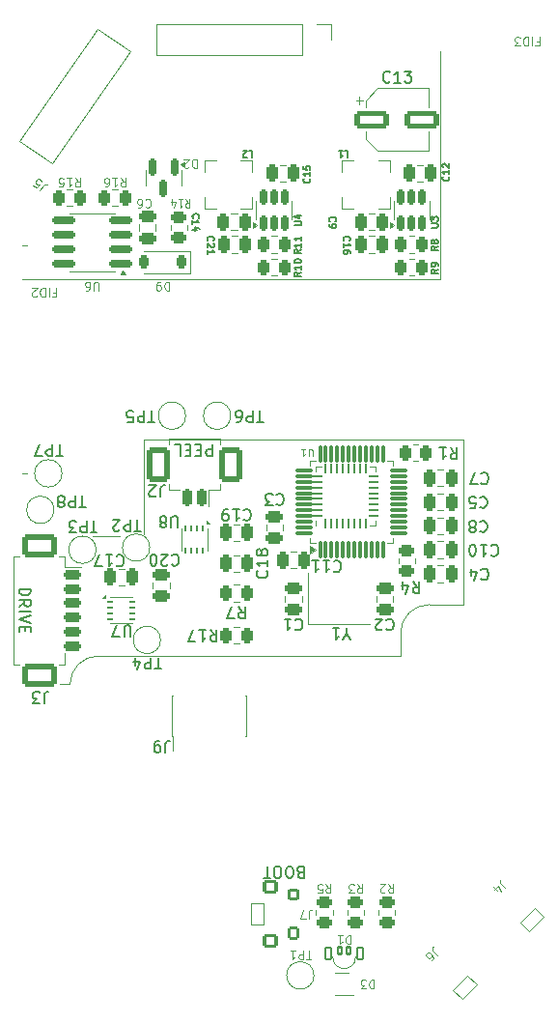
<source format=gbr>
G04 #@! TF.GenerationSoftware,KiCad,Pcbnew,9.0.0*
G04 #@! TF.CreationDate,2025-03-02T22:01:55-06:00*
G04 #@! TF.ProjectId,mobo,6d6f626f-2e6b-4696-9361-645f70636258,rev?*
G04 #@! TF.SameCoordinates,Original*
G04 #@! TF.FileFunction,Legend,Top*
G04 #@! TF.FilePolarity,Positive*
%FSLAX46Y46*%
G04 Gerber Fmt 4.6, Leading zero omitted, Abs format (unit mm)*
G04 Created by KiCad (PCBNEW 9.0.0) date 2025-03-02 22:01:55*
%MOMM*%
%LPD*%
G01*
G04 APERTURE LIST*
G04 Aperture macros list*
%AMRoundRect*
0 Rectangle with rounded corners*
0 $1 Rounding radius*
0 $2 $3 $4 $5 $6 $7 $8 $9 X,Y pos of 4 corners*
0 Add a 4 corners polygon primitive as box body*
4,1,4,$2,$3,$4,$5,$6,$7,$8,$9,$2,$3,0*
0 Add four circle primitives for the rounded corners*
1,1,$1+$1,$2,$3*
1,1,$1+$1,$4,$5*
1,1,$1+$1,$6,$7*
1,1,$1+$1,$8,$9*
0 Add four rect primitives between the rounded corners*
20,1,$1+$1,$2,$3,$4,$5,0*
20,1,$1+$1,$4,$5,$6,$7,0*
20,1,$1+$1,$6,$7,$8,$9,0*
20,1,$1+$1,$8,$9,$2,$3,0*%
G04 Aperture macros list end*
%ADD10C,0.120000*%
%ADD11C,0.150000*%
%ADD12C,0.200000*%
%ADD13C,0.100000*%
%ADD14C,2.000000*%
%ADD15RoundRect,0.250000X0.262500X0.450000X-0.262500X0.450000X-0.262500X-0.450000X0.262500X-0.450000X0*%
%ADD16RoundRect,0.250000X0.250000X0.475000X-0.250000X0.475000X-0.250000X-0.475000X0.250000X-0.475000X0*%
%ADD17RoundRect,0.250000X-0.250000X-0.475000X0.250000X-0.475000X0.250000X0.475000X-0.250000X0.475000X0*%
%ADD18RoundRect,0.100000X-0.250000X-0.500000X0.250000X-0.500000X0.250000X0.500000X-0.250000X0.500000X0*%
%ADD19RoundRect,0.100000X-0.150000X-0.300000X0.150000X-0.300000X0.150000X0.300000X-0.150000X0.300000X0*%
%ADD20RoundRect,0.062500X-0.187500X-0.062500X0.187500X-0.062500X0.187500X0.062500X-0.187500X0.062500X0*%
%ADD21R,0.900000X1.600000*%
%ADD22RoundRect,0.250000X-0.450000X0.262500X-0.450000X-0.262500X0.450000X-0.262500X0.450000X0.262500X0*%
%ADD23RoundRect,0.250000X-0.262500X-0.450000X0.262500X-0.450000X0.262500X0.450000X-0.262500X0.450000X0*%
%ADD24RoundRect,0.225000X0.225000X0.375000X-0.225000X0.375000X-0.225000X-0.375000X0.225000X-0.375000X0*%
%ADD25RoundRect,0.250000X0.450000X-0.262500X0.450000X0.262500X-0.450000X0.262500X-0.450000X-0.262500X0*%
%ADD26RoundRect,0.075000X0.075000X-0.662500X0.075000X0.662500X-0.075000X0.662500X-0.075000X-0.662500X0*%
%ADD27RoundRect,0.075000X0.662500X-0.075000X0.662500X0.075000X-0.662500X0.075000X-0.662500X-0.075000X0*%
%ADD28R,1.200000X3.600000*%
%ADD29R,1.200000X3.700000*%
%ADD30R,2.100000X1.800000*%
%ADD31R,0.740000X2.400000*%
%ADD32RoundRect,0.150000X-0.150000X0.587500X-0.150000X-0.587500X0.150000X-0.587500X0.150000X0.587500X0*%
%ADD33RoundRect,0.250000X-0.475000X0.250000X-0.475000X-0.250000X0.475000X-0.250000X0.475000X0.250000X0*%
%ADD34RoundRect,0.125000X-0.053033X-0.583363X0.583363X0.053033X0.053033X0.583363X-0.583363X-0.053033X0*%
%ADD35RoundRect,0.125000X-0.017678X-0.548008X0.548008X0.017678X0.017678X0.548008X-0.548008X-0.017678X0*%
%ADD36RoundRect,0.150000X-0.035355X0.671751X-0.671751X0.035355X0.035355X-0.671751X0.671751X-0.035355X0*%
%ADD37RoundRect,0.250000X-1.250000X-0.550000X1.250000X-0.550000X1.250000X0.550000X-1.250000X0.550000X0*%
%ADD38RoundRect,0.062500X-0.062500X0.187500X-0.062500X-0.187500X0.062500X-0.187500X0.062500X0.187500X0*%
%ADD39R,1.600000X0.900000*%
%ADD40R,1.700000X1.700000*%
%ADD41O,1.700000X1.700000*%
%ADD42RoundRect,0.200000X-0.600000X0.200000X-0.600000X-0.200000X0.600000X-0.200000X0.600000X0.200000X0*%
%ADD43RoundRect,0.250001X-1.249999X0.799999X-1.249999X-0.799999X1.249999X-0.799999X1.249999X0.799999X0*%
%ADD44RoundRect,0.125000X-0.375000X0.450000X-0.375000X-0.450000X0.375000X-0.450000X0.375000X0.450000X0*%
%ADD45RoundRect,0.125000X-0.375000X0.400000X-0.375000X-0.400000X0.375000X-0.400000X0.375000X0.400000X0*%
%ADD46RoundRect,0.150000X0.500000X-0.450000X0.500000X0.450000X-0.500000X0.450000X-0.500000X-0.450000X0*%
%ADD47RoundRect,0.200000X0.200000X0.600000X-0.200000X0.600000X-0.200000X-0.600000X0.200000X-0.600000X0*%
%ADD48RoundRect,0.250001X0.799999X1.249999X-0.799999X1.249999X-0.799999X-1.249999X0.799999X-1.249999X0*%
%ADD49RoundRect,0.150000X0.825000X0.150000X-0.825000X0.150000X-0.825000X-0.150000X0.825000X-0.150000X0*%
%ADD50RoundRect,0.062500X0.062500X-0.375000X0.062500X0.375000X-0.062500X0.375000X-0.062500X-0.375000X0*%
%ADD51RoundRect,0.062500X0.375000X-0.062500X0.375000X0.062500X-0.375000X0.062500X-0.375000X-0.062500X0*%
%ADD52R,2.000000X2.000000*%
%ADD53RoundRect,0.150000X0.150000X-0.512500X0.150000X0.512500X-0.150000X0.512500X-0.150000X-0.512500X0*%
%ADD54RoundRect,0.250000X0.475000X-0.250000X0.475000X0.250000X-0.475000X0.250000X-0.475000X-0.250000X0*%
%ADD55RoundRect,0.287500X-0.027585X0.461846X-0.443428X-0.132039X0.027585X-0.461846X0.443428X0.132039X0*%
%ADD56RoundRect,0.150000X-0.413570X1.022049X-1.101862X0.039067X0.413570X-1.022049X1.101862X-0.039067X0*%
%ADD57R,0.850000X0.650000*%
G04 APERTURE END LIST*
D10*
X139300000Y-52800000D02*
X102600000Y-52800000D01*
X106800000Y-88300000D02*
G75*
G02*
X109300000Y-85800000I2500000J0D01*
G01*
X103000000Y-49800000D02*
X102600000Y-49800000D01*
X108800000Y-75300000D02*
X111200000Y-75300000D01*
X135800000Y-85800000D02*
X135800000Y-83800000D01*
X105900000Y-88300000D02*
X106800000Y-88300000D01*
X135800000Y-83800000D02*
G75*
G02*
X138300000Y-81300000I2500000J0D01*
G01*
X141300000Y-66800000D02*
X141300000Y-81300000D01*
X139300000Y-32800000D02*
X139300000Y-52800000D01*
X129300000Y-52800000D02*
X121300000Y-52800000D01*
X138300000Y-81300000D02*
X141300000Y-81300000D01*
X113300000Y-66800000D02*
X141300000Y-66800000D01*
X109300000Y-85800000D02*
X135800000Y-85800000D01*
X113300000Y-66800000D02*
X113300000Y-75100000D01*
X103000000Y-69800000D02*
X102650000Y-69800000D01*
D11*
X119271428Y-67245180D02*
X119271428Y-68245180D01*
X119271428Y-68245180D02*
X118890476Y-68245180D01*
X118890476Y-68245180D02*
X118795238Y-68197561D01*
X118795238Y-68197561D02*
X118747619Y-68149942D01*
X118747619Y-68149942D02*
X118700000Y-68054704D01*
X118700000Y-68054704D02*
X118700000Y-67911847D01*
X118700000Y-67911847D02*
X118747619Y-67816609D01*
X118747619Y-67816609D02*
X118795238Y-67768990D01*
X118795238Y-67768990D02*
X118890476Y-67721371D01*
X118890476Y-67721371D02*
X119271428Y-67721371D01*
X118271428Y-67768990D02*
X117938095Y-67768990D01*
X117795238Y-67245180D02*
X118271428Y-67245180D01*
X118271428Y-67245180D02*
X118271428Y-68245180D01*
X118271428Y-68245180D02*
X117795238Y-68245180D01*
X117366666Y-67768990D02*
X117033333Y-67768990D01*
X116890476Y-67245180D02*
X117366666Y-67245180D01*
X117366666Y-67245180D02*
X117366666Y-68245180D01*
X117366666Y-68245180D02*
X116890476Y-68245180D01*
X115985714Y-67245180D02*
X116461904Y-67245180D01*
X116461904Y-67245180D02*
X116461904Y-68245180D01*
D12*
X127007142Y-104771590D02*
X126864285Y-104723971D01*
X126864285Y-104723971D02*
X126816666Y-104676352D01*
X126816666Y-104676352D02*
X126769047Y-104581114D01*
X126769047Y-104581114D02*
X126769047Y-104438257D01*
X126769047Y-104438257D02*
X126816666Y-104343019D01*
X126816666Y-104343019D02*
X126864285Y-104295400D01*
X126864285Y-104295400D02*
X126959523Y-104247780D01*
X126959523Y-104247780D02*
X127340475Y-104247780D01*
X127340475Y-104247780D02*
X127340475Y-105247780D01*
X127340475Y-105247780D02*
X127007142Y-105247780D01*
X127007142Y-105247780D02*
X126911904Y-105200161D01*
X126911904Y-105200161D02*
X126864285Y-105152542D01*
X126864285Y-105152542D02*
X126816666Y-105057304D01*
X126816666Y-105057304D02*
X126816666Y-104962066D01*
X126816666Y-104962066D02*
X126864285Y-104866828D01*
X126864285Y-104866828D02*
X126911904Y-104819209D01*
X126911904Y-104819209D02*
X127007142Y-104771590D01*
X127007142Y-104771590D02*
X127340475Y-104771590D01*
X126149999Y-105247780D02*
X125959523Y-105247780D01*
X125959523Y-105247780D02*
X125864285Y-105200161D01*
X125864285Y-105200161D02*
X125769047Y-105104923D01*
X125769047Y-105104923D02*
X125721428Y-104914447D01*
X125721428Y-104914447D02*
X125721428Y-104581114D01*
X125721428Y-104581114D02*
X125769047Y-104390638D01*
X125769047Y-104390638D02*
X125864285Y-104295400D01*
X125864285Y-104295400D02*
X125959523Y-104247780D01*
X125959523Y-104247780D02*
X126149999Y-104247780D01*
X126149999Y-104247780D02*
X126245237Y-104295400D01*
X126245237Y-104295400D02*
X126340475Y-104390638D01*
X126340475Y-104390638D02*
X126388094Y-104581114D01*
X126388094Y-104581114D02*
X126388094Y-104914447D01*
X126388094Y-104914447D02*
X126340475Y-105104923D01*
X126340475Y-105104923D02*
X126245237Y-105200161D01*
X126245237Y-105200161D02*
X126149999Y-105247780D01*
X125102380Y-105247780D02*
X124911904Y-105247780D01*
X124911904Y-105247780D02*
X124816666Y-105200161D01*
X124816666Y-105200161D02*
X124721428Y-105104923D01*
X124721428Y-105104923D02*
X124673809Y-104914447D01*
X124673809Y-104914447D02*
X124673809Y-104581114D01*
X124673809Y-104581114D02*
X124721428Y-104390638D01*
X124721428Y-104390638D02*
X124816666Y-104295400D01*
X124816666Y-104295400D02*
X124911904Y-104247780D01*
X124911904Y-104247780D02*
X125102380Y-104247780D01*
X125102380Y-104247780D02*
X125197618Y-104295400D01*
X125197618Y-104295400D02*
X125292856Y-104390638D01*
X125292856Y-104390638D02*
X125340475Y-104581114D01*
X125340475Y-104581114D02*
X125340475Y-104914447D01*
X125340475Y-104914447D02*
X125292856Y-105104923D01*
X125292856Y-105104923D02*
X125197618Y-105200161D01*
X125197618Y-105200161D02*
X125102380Y-105247780D01*
X124388094Y-105247780D02*
X123816666Y-105247780D01*
X124102380Y-104247780D02*
X124102380Y-105247780D01*
D11*
X102345180Y-79919048D02*
X103345180Y-79919048D01*
X103345180Y-79919048D02*
X103345180Y-80157143D01*
X103345180Y-80157143D02*
X103297561Y-80300000D01*
X103297561Y-80300000D02*
X103202323Y-80395238D01*
X103202323Y-80395238D02*
X103107085Y-80442857D01*
X103107085Y-80442857D02*
X102916609Y-80490476D01*
X102916609Y-80490476D02*
X102773752Y-80490476D01*
X102773752Y-80490476D02*
X102583276Y-80442857D01*
X102583276Y-80442857D02*
X102488038Y-80395238D01*
X102488038Y-80395238D02*
X102392800Y-80300000D01*
X102392800Y-80300000D02*
X102345180Y-80157143D01*
X102345180Y-80157143D02*
X102345180Y-79919048D01*
X102345180Y-81490476D02*
X102821371Y-81157143D01*
X102345180Y-80919048D02*
X103345180Y-80919048D01*
X103345180Y-80919048D02*
X103345180Y-81300000D01*
X103345180Y-81300000D02*
X103297561Y-81395238D01*
X103297561Y-81395238D02*
X103249942Y-81442857D01*
X103249942Y-81442857D02*
X103154704Y-81490476D01*
X103154704Y-81490476D02*
X103011847Y-81490476D01*
X103011847Y-81490476D02*
X102916609Y-81442857D01*
X102916609Y-81442857D02*
X102868990Y-81395238D01*
X102868990Y-81395238D02*
X102821371Y-81300000D01*
X102821371Y-81300000D02*
X102821371Y-80919048D01*
X102345180Y-81919048D02*
X103345180Y-81919048D01*
X103345180Y-82252381D02*
X102345180Y-82585714D01*
X102345180Y-82585714D02*
X103345180Y-82919047D01*
X102868990Y-83252381D02*
X102868990Y-83585714D01*
X102345180Y-83728571D02*
X102345180Y-83252381D01*
X102345180Y-83252381D02*
X103345180Y-83252381D01*
X103345180Y-83252381D02*
X103345180Y-83728571D01*
X109161904Y-74945180D02*
X108590476Y-74945180D01*
X108876190Y-73945180D02*
X108876190Y-74945180D01*
X108257142Y-73945180D02*
X108257142Y-74945180D01*
X108257142Y-74945180D02*
X107876190Y-74945180D01*
X107876190Y-74945180D02*
X107780952Y-74897561D01*
X107780952Y-74897561D02*
X107733333Y-74849942D01*
X107733333Y-74849942D02*
X107685714Y-74754704D01*
X107685714Y-74754704D02*
X107685714Y-74611847D01*
X107685714Y-74611847D02*
X107733333Y-74516609D01*
X107733333Y-74516609D02*
X107780952Y-74468990D01*
X107780952Y-74468990D02*
X107876190Y-74421371D01*
X107876190Y-74421371D02*
X108257142Y-74421371D01*
X107352380Y-74945180D02*
X106733333Y-74945180D01*
X106733333Y-74945180D02*
X107066666Y-74564228D01*
X107066666Y-74564228D02*
X106923809Y-74564228D01*
X106923809Y-74564228D02*
X106828571Y-74516609D01*
X106828571Y-74516609D02*
X106780952Y-74468990D01*
X106780952Y-74468990D02*
X106733333Y-74373752D01*
X106733333Y-74373752D02*
X106733333Y-74135657D01*
X106733333Y-74135657D02*
X106780952Y-74040419D01*
X106780952Y-74040419D02*
X106828571Y-73992800D01*
X106828571Y-73992800D02*
X106923809Y-73945180D01*
X106923809Y-73945180D02*
X107209523Y-73945180D01*
X107209523Y-73945180D02*
X107304761Y-73992800D01*
X107304761Y-73992800D02*
X107352380Y-74040419D01*
X127069771Y-52185714D02*
X126784057Y-52385714D01*
X127069771Y-52528571D02*
X126469771Y-52528571D01*
X126469771Y-52528571D02*
X126469771Y-52300000D01*
X126469771Y-52300000D02*
X126498342Y-52242857D01*
X126498342Y-52242857D02*
X126526914Y-52214286D01*
X126526914Y-52214286D02*
X126584057Y-52185714D01*
X126584057Y-52185714D02*
X126669771Y-52185714D01*
X126669771Y-52185714D02*
X126726914Y-52214286D01*
X126726914Y-52214286D02*
X126755485Y-52242857D01*
X126755485Y-52242857D02*
X126784057Y-52300000D01*
X126784057Y-52300000D02*
X126784057Y-52528571D01*
X127069771Y-51614286D02*
X127069771Y-51957143D01*
X127069771Y-51785714D02*
X126469771Y-51785714D01*
X126469771Y-51785714D02*
X126555485Y-51842857D01*
X126555485Y-51842857D02*
X126612628Y-51900000D01*
X126612628Y-51900000D02*
X126641200Y-51957143D01*
X126469771Y-51242857D02*
X126469771Y-51185714D01*
X126469771Y-51185714D02*
X126498342Y-51128571D01*
X126498342Y-51128571D02*
X126526914Y-51100000D01*
X126526914Y-51100000D02*
X126584057Y-51071428D01*
X126584057Y-51071428D02*
X126698342Y-51042857D01*
X126698342Y-51042857D02*
X126841200Y-51042857D01*
X126841200Y-51042857D02*
X126955485Y-51071428D01*
X126955485Y-51071428D02*
X127012628Y-51100000D01*
X127012628Y-51100000D02*
X127041200Y-51128571D01*
X127041200Y-51128571D02*
X127069771Y-51185714D01*
X127069771Y-51185714D02*
X127069771Y-51242857D01*
X127069771Y-51242857D02*
X127041200Y-51300000D01*
X127041200Y-51300000D02*
X127012628Y-51328571D01*
X127012628Y-51328571D02*
X126955485Y-51357142D01*
X126955485Y-51357142D02*
X126841200Y-51385714D01*
X126841200Y-51385714D02*
X126698342Y-51385714D01*
X126698342Y-51385714D02*
X126584057Y-51357142D01*
X126584057Y-51357142D02*
X126526914Y-51328571D01*
X126526914Y-51328571D02*
X126498342Y-51300000D01*
X126498342Y-51300000D02*
X126469771Y-51242857D01*
X142866666Y-78240419D02*
X142914285Y-78192800D01*
X142914285Y-78192800D02*
X143057142Y-78145180D01*
X143057142Y-78145180D02*
X143152380Y-78145180D01*
X143152380Y-78145180D02*
X143295237Y-78192800D01*
X143295237Y-78192800D02*
X143390475Y-78288038D01*
X143390475Y-78288038D02*
X143438094Y-78383276D01*
X143438094Y-78383276D02*
X143485713Y-78573752D01*
X143485713Y-78573752D02*
X143485713Y-78716609D01*
X143485713Y-78716609D02*
X143438094Y-78907085D01*
X143438094Y-78907085D02*
X143390475Y-79002323D01*
X143390475Y-79002323D02*
X143295237Y-79097561D01*
X143295237Y-79097561D02*
X143152380Y-79145180D01*
X143152380Y-79145180D02*
X143057142Y-79145180D01*
X143057142Y-79145180D02*
X142914285Y-79097561D01*
X142914285Y-79097561D02*
X142866666Y-79049942D01*
X142009523Y-78811847D02*
X142009523Y-78145180D01*
X142247618Y-79192800D02*
X142485713Y-78478514D01*
X142485713Y-78478514D02*
X141866666Y-78478514D01*
X140012628Y-43785714D02*
X140041200Y-43814286D01*
X140041200Y-43814286D02*
X140069771Y-43900000D01*
X140069771Y-43900000D02*
X140069771Y-43957143D01*
X140069771Y-43957143D02*
X140041200Y-44042857D01*
X140041200Y-44042857D02*
X139984057Y-44100000D01*
X139984057Y-44100000D02*
X139926914Y-44128571D01*
X139926914Y-44128571D02*
X139812628Y-44157143D01*
X139812628Y-44157143D02*
X139726914Y-44157143D01*
X139726914Y-44157143D02*
X139612628Y-44128571D01*
X139612628Y-44128571D02*
X139555485Y-44100000D01*
X139555485Y-44100000D02*
X139498342Y-44042857D01*
X139498342Y-44042857D02*
X139469771Y-43957143D01*
X139469771Y-43957143D02*
X139469771Y-43900000D01*
X139469771Y-43900000D02*
X139498342Y-43814286D01*
X139498342Y-43814286D02*
X139526914Y-43785714D01*
X140069771Y-43214286D02*
X140069771Y-43557143D01*
X140069771Y-43385714D02*
X139469771Y-43385714D01*
X139469771Y-43385714D02*
X139555485Y-43442857D01*
X139555485Y-43442857D02*
X139612628Y-43500000D01*
X139612628Y-43500000D02*
X139641200Y-43557143D01*
X139526914Y-42985714D02*
X139498342Y-42957142D01*
X139498342Y-42957142D02*
X139469771Y-42900000D01*
X139469771Y-42900000D02*
X139469771Y-42757142D01*
X139469771Y-42757142D02*
X139498342Y-42700000D01*
X139498342Y-42700000D02*
X139526914Y-42671428D01*
X139526914Y-42671428D02*
X139584057Y-42642857D01*
X139584057Y-42642857D02*
X139641200Y-42642857D01*
X139641200Y-42642857D02*
X139726914Y-42671428D01*
X139726914Y-42671428D02*
X140069771Y-43014285D01*
X140069771Y-43014285D02*
X140069771Y-42642857D01*
D13*
X131403571Y-110308235D02*
X131403571Y-111058235D01*
X131403571Y-111058235D02*
X131225000Y-111058235D01*
X131225000Y-111058235D02*
X131117857Y-111022521D01*
X131117857Y-111022521D02*
X131046428Y-110951092D01*
X131046428Y-110951092D02*
X131010714Y-110879664D01*
X131010714Y-110879664D02*
X130975000Y-110736807D01*
X130975000Y-110736807D02*
X130975000Y-110629664D01*
X130975000Y-110629664D02*
X131010714Y-110486807D01*
X131010714Y-110486807D02*
X131046428Y-110415378D01*
X131046428Y-110415378D02*
X131117857Y-110343950D01*
X131117857Y-110343950D02*
X131225000Y-110308235D01*
X131225000Y-110308235D02*
X131403571Y-110308235D01*
X130260714Y-110308235D02*
X130689285Y-110308235D01*
X130475000Y-110308235D02*
X130475000Y-111058235D01*
X130475000Y-111058235D02*
X130546428Y-110951092D01*
X130546428Y-110951092D02*
X130617857Y-110879664D01*
X130617857Y-110879664D02*
X130689285Y-110843950D01*
D11*
X112121904Y-84135180D02*
X112121904Y-83325657D01*
X112121904Y-83325657D02*
X112074285Y-83230419D01*
X112074285Y-83230419D02*
X112026666Y-83182800D01*
X112026666Y-83182800D02*
X111931428Y-83135180D01*
X111931428Y-83135180D02*
X111740952Y-83135180D01*
X111740952Y-83135180D02*
X111645714Y-83182800D01*
X111645714Y-83182800D02*
X111598095Y-83230419D01*
X111598095Y-83230419D02*
X111550476Y-83325657D01*
X111550476Y-83325657D02*
X111550476Y-84135180D01*
X111169523Y-84135180D02*
X110502857Y-84135180D01*
X110502857Y-84135180D02*
X110931428Y-83135180D01*
D13*
X129225000Y-105808235D02*
X129475000Y-106165378D01*
X129653571Y-105808235D02*
X129653571Y-106558235D01*
X129653571Y-106558235D02*
X129367857Y-106558235D01*
X129367857Y-106558235D02*
X129296428Y-106522521D01*
X129296428Y-106522521D02*
X129260714Y-106486807D01*
X129260714Y-106486807D02*
X129225000Y-106415378D01*
X129225000Y-106415378D02*
X129225000Y-106308235D01*
X129225000Y-106308235D02*
X129260714Y-106236807D01*
X129260714Y-106236807D02*
X129296428Y-106201092D01*
X129296428Y-106201092D02*
X129367857Y-106165378D01*
X129367857Y-106165378D02*
X129653571Y-106165378D01*
X128546428Y-106558235D02*
X128903571Y-106558235D01*
X128903571Y-106558235D02*
X128939285Y-106201092D01*
X128939285Y-106201092D02*
X128903571Y-106236807D01*
X128903571Y-106236807D02*
X128832143Y-106272521D01*
X128832143Y-106272521D02*
X128653571Y-106272521D01*
X128653571Y-106272521D02*
X128582143Y-106236807D01*
X128582143Y-106236807D02*
X128546428Y-106201092D01*
X128546428Y-106201092D02*
X128510714Y-106129664D01*
X128510714Y-106129664D02*
X128510714Y-105951092D01*
X128510714Y-105951092D02*
X128546428Y-105879664D01*
X128546428Y-105879664D02*
X128582143Y-105843950D01*
X128582143Y-105843950D02*
X128653571Y-105808235D01*
X128653571Y-105808235D02*
X128832143Y-105808235D01*
X128832143Y-105808235D02*
X128903571Y-105843950D01*
X128903571Y-105843950D02*
X128939285Y-105879664D01*
D11*
X127069771Y-50185714D02*
X126784057Y-50385714D01*
X127069771Y-50528571D02*
X126469771Y-50528571D01*
X126469771Y-50528571D02*
X126469771Y-50300000D01*
X126469771Y-50300000D02*
X126498342Y-50242857D01*
X126498342Y-50242857D02*
X126526914Y-50214286D01*
X126526914Y-50214286D02*
X126584057Y-50185714D01*
X126584057Y-50185714D02*
X126669771Y-50185714D01*
X126669771Y-50185714D02*
X126726914Y-50214286D01*
X126726914Y-50214286D02*
X126755485Y-50242857D01*
X126755485Y-50242857D02*
X126784057Y-50300000D01*
X126784057Y-50300000D02*
X126784057Y-50528571D01*
X127069771Y-49614286D02*
X127069771Y-49957143D01*
X127069771Y-49785714D02*
X126469771Y-49785714D01*
X126469771Y-49785714D02*
X126555485Y-49842857D01*
X126555485Y-49842857D02*
X126612628Y-49900000D01*
X126612628Y-49900000D02*
X126641200Y-49957143D01*
X127069771Y-49042857D02*
X127069771Y-49385714D01*
X127069771Y-49214285D02*
X126469771Y-49214285D01*
X126469771Y-49214285D02*
X126555485Y-49271428D01*
X126555485Y-49271428D02*
X126612628Y-49328571D01*
X126612628Y-49328571D02*
X126641200Y-49385714D01*
D13*
X115503571Y-53008235D02*
X115503571Y-53758235D01*
X115503571Y-53758235D02*
X115325000Y-53758235D01*
X115325000Y-53758235D02*
X115217857Y-53722521D01*
X115217857Y-53722521D02*
X115146428Y-53651092D01*
X115146428Y-53651092D02*
X115110714Y-53579664D01*
X115110714Y-53579664D02*
X115075000Y-53436807D01*
X115075000Y-53436807D02*
X115075000Y-53329664D01*
X115075000Y-53329664D02*
X115110714Y-53186807D01*
X115110714Y-53186807D02*
X115146428Y-53115378D01*
X115146428Y-53115378D02*
X115217857Y-53043950D01*
X115217857Y-53043950D02*
X115325000Y-53008235D01*
X115325000Y-53008235D02*
X115503571Y-53008235D01*
X114717857Y-53008235D02*
X114575000Y-53008235D01*
X114575000Y-53008235D02*
X114503571Y-53043950D01*
X114503571Y-53043950D02*
X114467857Y-53079664D01*
X114467857Y-53079664D02*
X114396428Y-53186807D01*
X114396428Y-53186807D02*
X114360714Y-53329664D01*
X114360714Y-53329664D02*
X114360714Y-53615378D01*
X114360714Y-53615378D02*
X114396428Y-53686807D01*
X114396428Y-53686807D02*
X114432143Y-53722521D01*
X114432143Y-53722521D02*
X114503571Y-53758235D01*
X114503571Y-53758235D02*
X114646428Y-53758235D01*
X114646428Y-53758235D02*
X114717857Y-53722521D01*
X114717857Y-53722521D02*
X114753571Y-53686807D01*
X114753571Y-53686807D02*
X114789285Y-53615378D01*
X114789285Y-53615378D02*
X114789285Y-53436807D01*
X114789285Y-53436807D02*
X114753571Y-53365378D01*
X114753571Y-53365378D02*
X114717857Y-53329664D01*
X114717857Y-53329664D02*
X114646428Y-53293950D01*
X114646428Y-53293950D02*
X114503571Y-53293950D01*
X114503571Y-53293950D02*
X114432143Y-53329664D01*
X114432143Y-53329664D02*
X114396428Y-53365378D01*
X114396428Y-53365378D02*
X114360714Y-53436807D01*
D11*
X121566666Y-81495180D02*
X121899999Y-81971371D01*
X122138094Y-81495180D02*
X122138094Y-82495180D01*
X122138094Y-82495180D02*
X121757142Y-82495180D01*
X121757142Y-82495180D02*
X121661904Y-82447561D01*
X121661904Y-82447561D02*
X121614285Y-82399942D01*
X121614285Y-82399942D02*
X121566666Y-82304704D01*
X121566666Y-82304704D02*
X121566666Y-82161847D01*
X121566666Y-82161847D02*
X121614285Y-82066609D01*
X121614285Y-82066609D02*
X121661904Y-82018990D01*
X121661904Y-82018990D02*
X121757142Y-81971371D01*
X121757142Y-81971371D02*
X122138094Y-81971371D01*
X121233332Y-82495180D02*
X120566666Y-82495180D01*
X120566666Y-82495180D02*
X120995237Y-81495180D01*
X136866666Y-79295180D02*
X137199999Y-79771371D01*
X137438094Y-79295180D02*
X137438094Y-80295180D01*
X137438094Y-80295180D02*
X137057142Y-80295180D01*
X137057142Y-80295180D02*
X136961904Y-80247561D01*
X136961904Y-80247561D02*
X136914285Y-80199942D01*
X136914285Y-80199942D02*
X136866666Y-80104704D01*
X136866666Y-80104704D02*
X136866666Y-79961847D01*
X136866666Y-79961847D02*
X136914285Y-79866609D01*
X136914285Y-79866609D02*
X136961904Y-79818990D01*
X136961904Y-79818990D02*
X137057142Y-79771371D01*
X137057142Y-79771371D02*
X137438094Y-79771371D01*
X136009523Y-79961847D02*
X136009523Y-79295180D01*
X136247618Y-80342800D02*
X136485713Y-79628514D01*
X136485713Y-79628514D02*
X135866666Y-79628514D01*
D13*
X128061307Y-68289888D02*
X128061307Y-67804174D01*
X128061307Y-67804174D02*
X128032736Y-67747031D01*
X128032736Y-67747031D02*
X128004165Y-67718460D01*
X128004165Y-67718460D02*
X127947022Y-67689888D01*
X127947022Y-67689888D02*
X127832736Y-67689888D01*
X127832736Y-67689888D02*
X127775593Y-67718460D01*
X127775593Y-67718460D02*
X127747022Y-67747031D01*
X127747022Y-67747031D02*
X127718450Y-67804174D01*
X127718450Y-67804174D02*
X127718450Y-68289888D01*
X127118451Y-67689888D02*
X127461308Y-67689888D01*
X127289879Y-67689888D02*
X127289879Y-68289888D01*
X127289879Y-68289888D02*
X127347022Y-68204174D01*
X127347022Y-68204174D02*
X127404165Y-68147031D01*
X127404165Y-68147031D02*
X127461308Y-68118460D01*
D11*
X130899999Y-41530228D02*
X131185713Y-41530228D01*
X131185713Y-41530228D02*
X131185713Y-42130228D01*
X130385714Y-41530228D02*
X130728571Y-41530228D01*
X130557142Y-41530228D02*
X130557142Y-42130228D01*
X130557142Y-42130228D02*
X130614285Y-42044514D01*
X130614285Y-42044514D02*
X130671428Y-41987371D01*
X130671428Y-41987371D02*
X130728571Y-41958800D01*
D13*
X131975000Y-105808235D02*
X132225000Y-106165378D01*
X132403571Y-105808235D02*
X132403571Y-106558235D01*
X132403571Y-106558235D02*
X132117857Y-106558235D01*
X132117857Y-106558235D02*
X132046428Y-106522521D01*
X132046428Y-106522521D02*
X132010714Y-106486807D01*
X132010714Y-106486807D02*
X131975000Y-106415378D01*
X131975000Y-106415378D02*
X131975000Y-106308235D01*
X131975000Y-106308235D02*
X132010714Y-106236807D01*
X132010714Y-106236807D02*
X132046428Y-106201092D01*
X132046428Y-106201092D02*
X132117857Y-106165378D01*
X132117857Y-106165378D02*
X132403571Y-106165378D01*
X131725000Y-106558235D02*
X131260714Y-106558235D01*
X131260714Y-106558235D02*
X131510714Y-106272521D01*
X131510714Y-106272521D02*
X131403571Y-106272521D01*
X131403571Y-106272521D02*
X131332143Y-106236807D01*
X131332143Y-106236807D02*
X131296428Y-106201092D01*
X131296428Y-106201092D02*
X131260714Y-106129664D01*
X131260714Y-106129664D02*
X131260714Y-105951092D01*
X131260714Y-105951092D02*
X131296428Y-105879664D01*
X131296428Y-105879664D02*
X131332143Y-105843950D01*
X131332143Y-105843950D02*
X131403571Y-105808235D01*
X131403571Y-105808235D02*
X131617857Y-105808235D01*
X131617857Y-105808235D02*
X131689285Y-105843950D01*
X131689285Y-105843950D02*
X131725000Y-105879664D01*
X134725000Y-105808235D02*
X134975000Y-106165378D01*
X135153571Y-105808235D02*
X135153571Y-106558235D01*
X135153571Y-106558235D02*
X134867857Y-106558235D01*
X134867857Y-106558235D02*
X134796428Y-106522521D01*
X134796428Y-106522521D02*
X134760714Y-106486807D01*
X134760714Y-106486807D02*
X134725000Y-106415378D01*
X134725000Y-106415378D02*
X134725000Y-106308235D01*
X134725000Y-106308235D02*
X134760714Y-106236807D01*
X134760714Y-106236807D02*
X134796428Y-106201092D01*
X134796428Y-106201092D02*
X134867857Y-106165378D01*
X134867857Y-106165378D02*
X135153571Y-106165378D01*
X134439285Y-106486807D02*
X134403571Y-106522521D01*
X134403571Y-106522521D02*
X134332143Y-106558235D01*
X134332143Y-106558235D02*
X134153571Y-106558235D01*
X134153571Y-106558235D02*
X134082143Y-106522521D01*
X134082143Y-106522521D02*
X134046428Y-106486807D01*
X134046428Y-106486807D02*
X134010714Y-106415378D01*
X134010714Y-106415378D02*
X134010714Y-106343950D01*
X134010714Y-106343950D02*
X134046428Y-106236807D01*
X134046428Y-106236807D02*
X134475000Y-105808235D01*
X134475000Y-105808235D02*
X134010714Y-105808235D01*
D11*
X131038450Y-83859466D02*
X131038450Y-83383275D01*
X131371783Y-84383275D02*
X131038450Y-83859466D01*
X131038450Y-83859466D02*
X130705117Y-84383275D01*
X129847974Y-83383275D02*
X130419402Y-83383275D01*
X130133688Y-83383275D02*
X130133688Y-84383275D01*
X130133688Y-84383275D02*
X130228926Y-84240418D01*
X130228926Y-84240418D02*
X130324164Y-84145180D01*
X130324164Y-84145180D02*
X130419402Y-84097561D01*
X118887372Y-49414285D02*
X118858801Y-49385713D01*
X118858801Y-49385713D02*
X118830229Y-49299999D01*
X118830229Y-49299999D02*
X118830229Y-49242856D01*
X118830229Y-49242856D02*
X118858801Y-49157142D01*
X118858801Y-49157142D02*
X118915943Y-49099999D01*
X118915943Y-49099999D02*
X118973086Y-49071428D01*
X118973086Y-49071428D02*
X119087372Y-49042856D01*
X119087372Y-49042856D02*
X119173086Y-49042856D01*
X119173086Y-49042856D02*
X119287372Y-49071428D01*
X119287372Y-49071428D02*
X119344515Y-49099999D01*
X119344515Y-49099999D02*
X119401658Y-49157142D01*
X119401658Y-49157142D02*
X119430229Y-49242856D01*
X119430229Y-49242856D02*
X119430229Y-49299999D01*
X119430229Y-49299999D02*
X119401658Y-49385713D01*
X119401658Y-49385713D02*
X119373086Y-49414285D01*
X119373086Y-49642856D02*
X119401658Y-49671428D01*
X119401658Y-49671428D02*
X119430229Y-49728571D01*
X119430229Y-49728571D02*
X119430229Y-49871428D01*
X119430229Y-49871428D02*
X119401658Y-49928571D01*
X119401658Y-49928571D02*
X119373086Y-49957142D01*
X119373086Y-49957142D02*
X119315943Y-49985713D01*
X119315943Y-49985713D02*
X119258801Y-49985713D01*
X119258801Y-49985713D02*
X119173086Y-49957142D01*
X119173086Y-49957142D02*
X118830229Y-49614285D01*
X118830229Y-49614285D02*
X118830229Y-49985713D01*
X118830229Y-50557142D02*
X118830229Y-50214285D01*
X118830229Y-50385714D02*
X119430229Y-50385714D01*
X119430229Y-50385714D02*
X119344515Y-50328571D01*
X119344515Y-50328571D02*
X119287372Y-50271428D01*
X119287372Y-50271428D02*
X119258801Y-50214285D01*
X129587371Y-47700000D02*
X129558800Y-47671428D01*
X129558800Y-47671428D02*
X129530228Y-47585714D01*
X129530228Y-47585714D02*
X129530228Y-47528571D01*
X129530228Y-47528571D02*
X129558800Y-47442857D01*
X129558800Y-47442857D02*
X129615942Y-47385714D01*
X129615942Y-47385714D02*
X129673085Y-47357143D01*
X129673085Y-47357143D02*
X129787371Y-47328571D01*
X129787371Y-47328571D02*
X129873085Y-47328571D01*
X129873085Y-47328571D02*
X129987371Y-47357143D01*
X129987371Y-47357143D02*
X130044514Y-47385714D01*
X130044514Y-47385714D02*
X130101657Y-47442857D01*
X130101657Y-47442857D02*
X130130228Y-47528571D01*
X130130228Y-47528571D02*
X130130228Y-47585714D01*
X130130228Y-47585714D02*
X130101657Y-47671428D01*
X130101657Y-47671428D02*
X130073085Y-47700000D01*
X129530228Y-47985714D02*
X129530228Y-48100000D01*
X129530228Y-48100000D02*
X129558800Y-48157143D01*
X129558800Y-48157143D02*
X129587371Y-48185714D01*
X129587371Y-48185714D02*
X129673085Y-48242857D01*
X129673085Y-48242857D02*
X129787371Y-48271428D01*
X129787371Y-48271428D02*
X130015942Y-48271428D01*
X130015942Y-48271428D02*
X130073085Y-48242857D01*
X130073085Y-48242857D02*
X130101657Y-48214286D01*
X130101657Y-48214286D02*
X130130228Y-48157143D01*
X130130228Y-48157143D02*
X130130228Y-48042857D01*
X130130228Y-48042857D02*
X130101657Y-47985714D01*
X130101657Y-47985714D02*
X130073085Y-47957143D01*
X130073085Y-47957143D02*
X130015942Y-47928571D01*
X130015942Y-47928571D02*
X129873085Y-47928571D01*
X129873085Y-47928571D02*
X129815942Y-47957143D01*
X129815942Y-47957143D02*
X129787371Y-47985714D01*
X129787371Y-47985714D02*
X129758800Y-48042857D01*
X129758800Y-48042857D02*
X129758800Y-48157143D01*
X129758800Y-48157143D02*
X129787371Y-48214286D01*
X129787371Y-48214286D02*
X129815942Y-48242857D01*
X129815942Y-48242857D02*
X129873085Y-48271428D01*
X115183333Y-94245180D02*
X115183333Y-93530895D01*
X115183333Y-93530895D02*
X115230952Y-93388038D01*
X115230952Y-93388038D02*
X115326190Y-93292800D01*
X115326190Y-93292800D02*
X115469047Y-93245180D01*
X115469047Y-93245180D02*
X115564285Y-93245180D01*
X114659523Y-93245180D02*
X114469047Y-93245180D01*
X114469047Y-93245180D02*
X114373809Y-93292800D01*
X114373809Y-93292800D02*
X114326190Y-93340419D01*
X114326190Y-93340419D02*
X114230952Y-93483276D01*
X114230952Y-93483276D02*
X114183333Y-93673752D01*
X114183333Y-93673752D02*
X114183333Y-94054704D01*
X114183333Y-94054704D02*
X114230952Y-94149942D01*
X114230952Y-94149942D02*
X114278571Y-94197561D01*
X114278571Y-94197561D02*
X114373809Y-94245180D01*
X114373809Y-94245180D02*
X114564285Y-94245180D01*
X114564285Y-94245180D02*
X114659523Y-94197561D01*
X114659523Y-94197561D02*
X114707142Y-94149942D01*
X114707142Y-94149942D02*
X114754761Y-94054704D01*
X114754761Y-94054704D02*
X114754761Y-93816609D01*
X114754761Y-93816609D02*
X114707142Y-93721371D01*
X114707142Y-93721371D02*
X114659523Y-93673752D01*
X114659523Y-93673752D02*
X114564285Y-93626133D01*
X114564285Y-93626133D02*
X114373809Y-93626133D01*
X114373809Y-93626133D02*
X114278571Y-93673752D01*
X114278571Y-93673752D02*
X114230952Y-93721371D01*
X114230952Y-93721371D02*
X114183333Y-93816609D01*
X108161904Y-72745180D02*
X107590476Y-72745180D01*
X107876190Y-71745180D02*
X107876190Y-72745180D01*
X107257142Y-71745180D02*
X107257142Y-72745180D01*
X107257142Y-72745180D02*
X106876190Y-72745180D01*
X106876190Y-72745180D02*
X106780952Y-72697561D01*
X106780952Y-72697561D02*
X106733333Y-72649942D01*
X106733333Y-72649942D02*
X106685714Y-72554704D01*
X106685714Y-72554704D02*
X106685714Y-72411847D01*
X106685714Y-72411847D02*
X106733333Y-72316609D01*
X106733333Y-72316609D02*
X106780952Y-72268990D01*
X106780952Y-72268990D02*
X106876190Y-72221371D01*
X106876190Y-72221371D02*
X107257142Y-72221371D01*
X106114285Y-72316609D02*
X106209523Y-72364228D01*
X106209523Y-72364228D02*
X106257142Y-72411847D01*
X106257142Y-72411847D02*
X106304761Y-72507085D01*
X106304761Y-72507085D02*
X106304761Y-72554704D01*
X106304761Y-72554704D02*
X106257142Y-72649942D01*
X106257142Y-72649942D02*
X106209523Y-72697561D01*
X106209523Y-72697561D02*
X106114285Y-72745180D01*
X106114285Y-72745180D02*
X105923809Y-72745180D01*
X105923809Y-72745180D02*
X105828571Y-72697561D01*
X105828571Y-72697561D02*
X105780952Y-72649942D01*
X105780952Y-72649942D02*
X105733333Y-72554704D01*
X105733333Y-72554704D02*
X105733333Y-72507085D01*
X105733333Y-72507085D02*
X105780952Y-72411847D01*
X105780952Y-72411847D02*
X105828571Y-72364228D01*
X105828571Y-72364228D02*
X105923809Y-72316609D01*
X105923809Y-72316609D02*
X106114285Y-72316609D01*
X106114285Y-72316609D02*
X106209523Y-72268990D01*
X106209523Y-72268990D02*
X106257142Y-72221371D01*
X106257142Y-72221371D02*
X106304761Y-72126133D01*
X106304761Y-72126133D02*
X106304761Y-71935657D01*
X106304761Y-71935657D02*
X106257142Y-71840419D01*
X106257142Y-71840419D02*
X106209523Y-71792800D01*
X106209523Y-71792800D02*
X106114285Y-71745180D01*
X106114285Y-71745180D02*
X105923809Y-71745180D01*
X105923809Y-71745180D02*
X105828571Y-71792800D01*
X105828571Y-71792800D02*
X105780952Y-71840419D01*
X105780952Y-71840419D02*
X105733333Y-71935657D01*
X105733333Y-71935657D02*
X105733333Y-72126133D01*
X105733333Y-72126133D02*
X105780952Y-72221371D01*
X105780952Y-72221371D02*
X105828571Y-72268990D01*
X105828571Y-72268990D02*
X105923809Y-72316609D01*
X114211904Y-65295180D02*
X113640476Y-65295180D01*
X113926190Y-64295180D02*
X113926190Y-65295180D01*
X113307142Y-64295180D02*
X113307142Y-65295180D01*
X113307142Y-65295180D02*
X112926190Y-65295180D01*
X112926190Y-65295180D02*
X112830952Y-65247561D01*
X112830952Y-65247561D02*
X112783333Y-65199942D01*
X112783333Y-65199942D02*
X112735714Y-65104704D01*
X112735714Y-65104704D02*
X112735714Y-64961847D01*
X112735714Y-64961847D02*
X112783333Y-64866609D01*
X112783333Y-64866609D02*
X112830952Y-64818990D01*
X112830952Y-64818990D02*
X112926190Y-64771371D01*
X112926190Y-64771371D02*
X113307142Y-64771371D01*
X111830952Y-65295180D02*
X112307142Y-65295180D01*
X112307142Y-65295180D02*
X112354761Y-64818990D01*
X112354761Y-64818990D02*
X112307142Y-64866609D01*
X112307142Y-64866609D02*
X112211904Y-64914228D01*
X112211904Y-64914228D02*
X111973809Y-64914228D01*
X111973809Y-64914228D02*
X111878571Y-64866609D01*
X111878571Y-64866609D02*
X111830952Y-64818990D01*
X111830952Y-64818990D02*
X111783333Y-64723752D01*
X111783333Y-64723752D02*
X111783333Y-64485657D01*
X111783333Y-64485657D02*
X111830952Y-64390419D01*
X111830952Y-64390419D02*
X111878571Y-64342800D01*
X111878571Y-64342800D02*
X111973809Y-64295180D01*
X111973809Y-64295180D02*
X112211904Y-64295180D01*
X112211904Y-64295180D02*
X112307142Y-64342800D01*
X112307142Y-64342800D02*
X112354761Y-64390419D01*
X142866666Y-69840419D02*
X142914285Y-69792800D01*
X142914285Y-69792800D02*
X143057142Y-69745180D01*
X143057142Y-69745180D02*
X143152380Y-69745180D01*
X143152380Y-69745180D02*
X143295237Y-69792800D01*
X143295237Y-69792800D02*
X143390475Y-69888038D01*
X143390475Y-69888038D02*
X143438094Y-69983276D01*
X143438094Y-69983276D02*
X143485713Y-70173752D01*
X143485713Y-70173752D02*
X143485713Y-70316609D01*
X143485713Y-70316609D02*
X143438094Y-70507085D01*
X143438094Y-70507085D02*
X143390475Y-70602323D01*
X143390475Y-70602323D02*
X143295237Y-70697561D01*
X143295237Y-70697561D02*
X143152380Y-70745180D01*
X143152380Y-70745180D02*
X143057142Y-70745180D01*
X143057142Y-70745180D02*
X142914285Y-70697561D01*
X142914285Y-70697561D02*
X142866666Y-70649942D01*
X142533332Y-70745180D02*
X141866666Y-70745180D01*
X141866666Y-70745180D02*
X142295237Y-69745180D01*
X106161904Y-68245180D02*
X105590476Y-68245180D01*
X105876190Y-67245180D02*
X105876190Y-68245180D01*
X105257142Y-67245180D02*
X105257142Y-68245180D01*
X105257142Y-68245180D02*
X104876190Y-68245180D01*
X104876190Y-68245180D02*
X104780952Y-68197561D01*
X104780952Y-68197561D02*
X104733333Y-68149942D01*
X104733333Y-68149942D02*
X104685714Y-68054704D01*
X104685714Y-68054704D02*
X104685714Y-67911847D01*
X104685714Y-67911847D02*
X104733333Y-67816609D01*
X104733333Y-67816609D02*
X104780952Y-67768990D01*
X104780952Y-67768990D02*
X104876190Y-67721371D01*
X104876190Y-67721371D02*
X105257142Y-67721371D01*
X104352380Y-68245180D02*
X103685714Y-68245180D01*
X103685714Y-68245180D02*
X104114285Y-67245180D01*
X130837371Y-49414285D02*
X130808800Y-49385713D01*
X130808800Y-49385713D02*
X130780228Y-49299999D01*
X130780228Y-49299999D02*
X130780228Y-49242856D01*
X130780228Y-49242856D02*
X130808800Y-49157142D01*
X130808800Y-49157142D02*
X130865942Y-49099999D01*
X130865942Y-49099999D02*
X130923085Y-49071428D01*
X130923085Y-49071428D02*
X131037371Y-49042856D01*
X131037371Y-49042856D02*
X131123085Y-49042856D01*
X131123085Y-49042856D02*
X131237371Y-49071428D01*
X131237371Y-49071428D02*
X131294514Y-49099999D01*
X131294514Y-49099999D02*
X131351657Y-49157142D01*
X131351657Y-49157142D02*
X131380228Y-49242856D01*
X131380228Y-49242856D02*
X131380228Y-49299999D01*
X131380228Y-49299999D02*
X131351657Y-49385713D01*
X131351657Y-49385713D02*
X131323085Y-49414285D01*
X130780228Y-49985713D02*
X130780228Y-49642856D01*
X130780228Y-49814285D02*
X131380228Y-49814285D01*
X131380228Y-49814285D02*
X131294514Y-49757142D01*
X131294514Y-49757142D02*
X131237371Y-49699999D01*
X131237371Y-49699999D02*
X131208800Y-49642856D01*
X131380228Y-50500000D02*
X131380228Y-50385714D01*
X131380228Y-50385714D02*
X131351657Y-50328571D01*
X131351657Y-50328571D02*
X131323085Y-50300000D01*
X131323085Y-50300000D02*
X131237371Y-50242857D01*
X131237371Y-50242857D02*
X131123085Y-50214285D01*
X131123085Y-50214285D02*
X130894514Y-50214285D01*
X130894514Y-50214285D02*
X130837371Y-50242857D01*
X130837371Y-50242857D02*
X130808800Y-50271428D01*
X130808800Y-50271428D02*
X130780228Y-50328571D01*
X130780228Y-50328571D02*
X130780228Y-50442857D01*
X130780228Y-50442857D02*
X130808800Y-50500000D01*
X130808800Y-50500000D02*
X130837371Y-50528571D01*
X130837371Y-50528571D02*
X130894514Y-50557142D01*
X130894514Y-50557142D02*
X131037371Y-50557142D01*
X131037371Y-50557142D02*
X131094514Y-50528571D01*
X131094514Y-50528571D02*
X131123085Y-50500000D01*
X131123085Y-50500000D02*
X131151657Y-50442857D01*
X131151657Y-50442857D02*
X131151657Y-50328571D01*
X131151657Y-50328571D02*
X131123085Y-50271428D01*
X131123085Y-50271428D02*
X131094514Y-50242857D01*
X131094514Y-50242857D02*
X131037371Y-50214285D01*
X122042857Y-73040419D02*
X122090476Y-72992800D01*
X122090476Y-72992800D02*
X122233333Y-72945180D01*
X122233333Y-72945180D02*
X122328571Y-72945180D01*
X122328571Y-72945180D02*
X122471428Y-72992800D01*
X122471428Y-72992800D02*
X122566666Y-73088038D01*
X122566666Y-73088038D02*
X122614285Y-73183276D01*
X122614285Y-73183276D02*
X122661904Y-73373752D01*
X122661904Y-73373752D02*
X122661904Y-73516609D01*
X122661904Y-73516609D02*
X122614285Y-73707085D01*
X122614285Y-73707085D02*
X122566666Y-73802323D01*
X122566666Y-73802323D02*
X122471428Y-73897561D01*
X122471428Y-73897561D02*
X122328571Y-73945180D01*
X122328571Y-73945180D02*
X122233333Y-73945180D01*
X122233333Y-73945180D02*
X122090476Y-73897561D01*
X122090476Y-73897561D02*
X122042857Y-73849942D01*
X121090476Y-72945180D02*
X121661904Y-72945180D01*
X121376190Y-72945180D02*
X121376190Y-73945180D01*
X121376190Y-73945180D02*
X121471428Y-73802323D01*
X121471428Y-73802323D02*
X121566666Y-73707085D01*
X121566666Y-73707085D02*
X121661904Y-73659466D01*
X120614285Y-72945180D02*
X120423809Y-72945180D01*
X120423809Y-72945180D02*
X120328571Y-72992800D01*
X120328571Y-72992800D02*
X120280952Y-73040419D01*
X120280952Y-73040419D02*
X120185714Y-73183276D01*
X120185714Y-73183276D02*
X120138095Y-73373752D01*
X120138095Y-73373752D02*
X120138095Y-73754704D01*
X120138095Y-73754704D02*
X120185714Y-73849942D01*
X120185714Y-73849942D02*
X120233333Y-73897561D01*
X120233333Y-73897561D02*
X120328571Y-73945180D01*
X120328571Y-73945180D02*
X120519047Y-73945180D01*
X120519047Y-73945180D02*
X120614285Y-73897561D01*
X120614285Y-73897561D02*
X120661904Y-73849942D01*
X120661904Y-73849942D02*
X120709523Y-73754704D01*
X120709523Y-73754704D02*
X120709523Y-73516609D01*
X120709523Y-73516609D02*
X120661904Y-73421371D01*
X120661904Y-73421371D02*
X120614285Y-73373752D01*
X120614285Y-73373752D02*
X120519047Y-73326133D01*
X120519047Y-73326133D02*
X120328571Y-73326133D01*
X120328571Y-73326133D02*
X120233333Y-73373752D01*
X120233333Y-73373752D02*
X120185714Y-73421371D01*
X120185714Y-73421371D02*
X120138095Y-73516609D01*
D13*
X127946428Y-112358235D02*
X127517857Y-112358235D01*
X127732142Y-111608235D02*
X127732142Y-112358235D01*
X127267856Y-111608235D02*
X127267856Y-112358235D01*
X127267856Y-112358235D02*
X126982142Y-112358235D01*
X126982142Y-112358235D02*
X126910713Y-112322521D01*
X126910713Y-112322521D02*
X126874999Y-112286807D01*
X126874999Y-112286807D02*
X126839285Y-112215378D01*
X126839285Y-112215378D02*
X126839285Y-112108235D01*
X126839285Y-112108235D02*
X126874999Y-112036807D01*
X126874999Y-112036807D02*
X126910713Y-112001092D01*
X126910713Y-112001092D02*
X126982142Y-111965378D01*
X126982142Y-111965378D02*
X127267856Y-111965378D01*
X126124999Y-111608235D02*
X126553570Y-111608235D01*
X126339285Y-111608235D02*
X126339285Y-112358235D01*
X126339285Y-112358235D02*
X126410713Y-112251092D01*
X126410713Y-112251092D02*
X126482142Y-112179664D01*
X126482142Y-112179664D02*
X126553570Y-112143950D01*
X105353571Y-53951092D02*
X105603571Y-53951092D01*
X105603571Y-53558235D02*
X105603571Y-54308235D01*
X105603571Y-54308235D02*
X105246428Y-54308235D01*
X104960714Y-53558235D02*
X104960714Y-54308235D01*
X104603571Y-53558235D02*
X104603571Y-54308235D01*
X104603571Y-54308235D02*
X104425000Y-54308235D01*
X104425000Y-54308235D02*
X104317857Y-54272521D01*
X104317857Y-54272521D02*
X104246428Y-54201092D01*
X104246428Y-54201092D02*
X104210714Y-54129664D01*
X104210714Y-54129664D02*
X104175000Y-53986807D01*
X104175000Y-53986807D02*
X104175000Y-53879664D01*
X104175000Y-53879664D02*
X104210714Y-53736807D01*
X104210714Y-53736807D02*
X104246428Y-53665378D01*
X104246428Y-53665378D02*
X104317857Y-53593950D01*
X104317857Y-53593950D02*
X104425000Y-53558235D01*
X104425000Y-53558235D02*
X104603571Y-53558235D01*
X103889285Y-54236807D02*
X103853571Y-54272521D01*
X103853571Y-54272521D02*
X103782143Y-54308235D01*
X103782143Y-54308235D02*
X103603571Y-54308235D01*
X103603571Y-54308235D02*
X103532143Y-54272521D01*
X103532143Y-54272521D02*
X103496428Y-54236807D01*
X103496428Y-54236807D02*
X103460714Y-54165378D01*
X103460714Y-54165378D02*
X103460714Y-54093950D01*
X103460714Y-54093950D02*
X103496428Y-53986807D01*
X103496428Y-53986807D02*
X103925000Y-53558235D01*
X103925000Y-53558235D02*
X103460714Y-53558235D01*
X117903571Y-42258235D02*
X117903571Y-43008235D01*
X117903571Y-43008235D02*
X117725000Y-43008235D01*
X117725000Y-43008235D02*
X117617857Y-42972521D01*
X117617857Y-42972521D02*
X117546428Y-42901092D01*
X117546428Y-42901092D02*
X117510714Y-42829664D01*
X117510714Y-42829664D02*
X117475000Y-42686807D01*
X117475000Y-42686807D02*
X117475000Y-42579664D01*
X117475000Y-42579664D02*
X117510714Y-42436807D01*
X117510714Y-42436807D02*
X117546428Y-42365378D01*
X117546428Y-42365378D02*
X117617857Y-42293950D01*
X117617857Y-42293950D02*
X117725000Y-42258235D01*
X117725000Y-42258235D02*
X117903571Y-42258235D01*
X117189285Y-42936807D02*
X117153571Y-42972521D01*
X117153571Y-42972521D02*
X117082143Y-43008235D01*
X117082143Y-43008235D02*
X116903571Y-43008235D01*
X116903571Y-43008235D02*
X116832143Y-42972521D01*
X116832143Y-42972521D02*
X116796428Y-42936807D01*
X116796428Y-42936807D02*
X116760714Y-42865378D01*
X116760714Y-42865378D02*
X116760714Y-42793950D01*
X116760714Y-42793950D02*
X116796428Y-42686807D01*
X116796428Y-42686807D02*
X117225000Y-42258235D01*
X117225000Y-42258235D02*
X116760714Y-42258235D01*
D11*
X124916666Y-71690419D02*
X124964285Y-71642800D01*
X124964285Y-71642800D02*
X125107142Y-71595180D01*
X125107142Y-71595180D02*
X125202380Y-71595180D01*
X125202380Y-71595180D02*
X125345237Y-71642800D01*
X125345237Y-71642800D02*
X125440475Y-71738038D01*
X125440475Y-71738038D02*
X125488094Y-71833276D01*
X125488094Y-71833276D02*
X125535713Y-72023752D01*
X125535713Y-72023752D02*
X125535713Y-72166609D01*
X125535713Y-72166609D02*
X125488094Y-72357085D01*
X125488094Y-72357085D02*
X125440475Y-72452323D01*
X125440475Y-72452323D02*
X125345237Y-72547561D01*
X125345237Y-72547561D02*
X125202380Y-72595180D01*
X125202380Y-72595180D02*
X125107142Y-72595180D01*
X125107142Y-72595180D02*
X124964285Y-72547561D01*
X124964285Y-72547561D02*
X124916666Y-72499942D01*
X124583332Y-72595180D02*
X123964285Y-72595180D01*
X123964285Y-72595180D02*
X124297618Y-72214228D01*
X124297618Y-72214228D02*
X124154761Y-72214228D01*
X124154761Y-72214228D02*
X124059523Y-72166609D01*
X124059523Y-72166609D02*
X124011904Y-72118990D01*
X124011904Y-72118990D02*
X123964285Y-72023752D01*
X123964285Y-72023752D02*
X123964285Y-71785657D01*
X123964285Y-71785657D02*
X124011904Y-71690419D01*
X124011904Y-71690419D02*
X124059523Y-71642800D01*
X124059523Y-71642800D02*
X124154761Y-71595180D01*
X124154761Y-71595180D02*
X124440475Y-71595180D01*
X124440475Y-71595180D02*
X124535713Y-71642800D01*
X124535713Y-71642800D02*
X124583332Y-71690419D01*
D13*
X139015442Y-112011889D02*
X138636635Y-111633082D01*
X138636635Y-111633082D02*
X138586128Y-111532067D01*
X138586128Y-111532067D02*
X138586128Y-111431051D01*
X138586128Y-111431051D02*
X138636635Y-111330036D01*
X138636635Y-111330036D02*
X138687143Y-111279529D01*
X138535620Y-112491712D02*
X138636635Y-112390697D01*
X138636635Y-112390697D02*
X138661889Y-112314935D01*
X138661889Y-112314935D02*
X138661889Y-112264428D01*
X138661889Y-112264428D02*
X138636635Y-112138159D01*
X138636635Y-112138159D02*
X138560873Y-112011889D01*
X138560873Y-112011889D02*
X138358843Y-111809859D01*
X138358843Y-111809859D02*
X138283081Y-111784605D01*
X138283081Y-111784605D02*
X138232574Y-111784605D01*
X138232574Y-111784605D02*
X138156812Y-111809859D01*
X138156812Y-111809859D02*
X138055797Y-111910874D01*
X138055797Y-111910874D02*
X138030543Y-111986636D01*
X138030543Y-111986636D02*
X138030543Y-112037143D01*
X138030543Y-112037143D02*
X138055797Y-112112905D01*
X138055797Y-112112905D02*
X138182066Y-112239174D01*
X138182066Y-112239174D02*
X138257828Y-112264428D01*
X138257828Y-112264428D02*
X138308335Y-112264428D01*
X138308335Y-112264428D02*
X138384097Y-112239174D01*
X138384097Y-112239174D02*
X138485112Y-112138159D01*
X138485112Y-112138159D02*
X138510366Y-112062397D01*
X138510366Y-112062397D02*
X138510366Y-112011889D01*
X138510366Y-112011889D02*
X138485112Y-111936128D01*
D11*
X123761904Y-65295180D02*
X123190476Y-65295180D01*
X123476190Y-64295180D02*
X123476190Y-65295180D01*
X122857142Y-64295180D02*
X122857142Y-65295180D01*
X122857142Y-65295180D02*
X122476190Y-65295180D01*
X122476190Y-65295180D02*
X122380952Y-65247561D01*
X122380952Y-65247561D02*
X122333333Y-65199942D01*
X122333333Y-65199942D02*
X122285714Y-65104704D01*
X122285714Y-65104704D02*
X122285714Y-64961847D01*
X122285714Y-64961847D02*
X122333333Y-64866609D01*
X122333333Y-64866609D02*
X122380952Y-64818990D01*
X122380952Y-64818990D02*
X122476190Y-64771371D01*
X122476190Y-64771371D02*
X122857142Y-64771371D01*
X121428571Y-65295180D02*
X121619047Y-65295180D01*
X121619047Y-65295180D02*
X121714285Y-65247561D01*
X121714285Y-65247561D02*
X121761904Y-65199942D01*
X121761904Y-65199942D02*
X121857142Y-65057085D01*
X121857142Y-65057085D02*
X121904761Y-64866609D01*
X121904761Y-64866609D02*
X121904761Y-64485657D01*
X121904761Y-64485657D02*
X121857142Y-64390419D01*
X121857142Y-64390419D02*
X121809523Y-64342800D01*
X121809523Y-64342800D02*
X121714285Y-64295180D01*
X121714285Y-64295180D02*
X121523809Y-64295180D01*
X121523809Y-64295180D02*
X121428571Y-64342800D01*
X121428571Y-64342800D02*
X121380952Y-64390419D01*
X121380952Y-64390419D02*
X121333333Y-64485657D01*
X121333333Y-64485657D02*
X121333333Y-64723752D01*
X121333333Y-64723752D02*
X121380952Y-64818990D01*
X121380952Y-64818990D02*
X121428571Y-64866609D01*
X121428571Y-64866609D02*
X121523809Y-64914228D01*
X121523809Y-64914228D02*
X121714285Y-64914228D01*
X121714285Y-64914228D02*
X121809523Y-64866609D01*
X121809523Y-64866609D02*
X121857142Y-64818990D01*
X121857142Y-64818990D02*
X121904761Y-64723752D01*
X119092857Y-83495180D02*
X119426190Y-83971371D01*
X119664285Y-83495180D02*
X119664285Y-84495180D01*
X119664285Y-84495180D02*
X119283333Y-84495180D01*
X119283333Y-84495180D02*
X119188095Y-84447561D01*
X119188095Y-84447561D02*
X119140476Y-84399942D01*
X119140476Y-84399942D02*
X119092857Y-84304704D01*
X119092857Y-84304704D02*
X119092857Y-84161847D01*
X119092857Y-84161847D02*
X119140476Y-84066609D01*
X119140476Y-84066609D02*
X119188095Y-84018990D01*
X119188095Y-84018990D02*
X119283333Y-83971371D01*
X119283333Y-83971371D02*
X119664285Y-83971371D01*
X118140476Y-83495180D02*
X118711904Y-83495180D01*
X118426190Y-83495180D02*
X118426190Y-84495180D01*
X118426190Y-84495180D02*
X118521428Y-84352323D01*
X118521428Y-84352323D02*
X118616666Y-84257085D01*
X118616666Y-84257085D02*
X118711904Y-84209466D01*
X117807142Y-84495180D02*
X117140476Y-84495180D01*
X117140476Y-84495180D02*
X117569047Y-83495180D01*
X134857142Y-35459580D02*
X134809523Y-35507200D01*
X134809523Y-35507200D02*
X134666666Y-35554819D01*
X134666666Y-35554819D02*
X134571428Y-35554819D01*
X134571428Y-35554819D02*
X134428571Y-35507200D01*
X134428571Y-35507200D02*
X134333333Y-35411961D01*
X134333333Y-35411961D02*
X134285714Y-35316723D01*
X134285714Y-35316723D02*
X134238095Y-35126247D01*
X134238095Y-35126247D02*
X134238095Y-34983390D01*
X134238095Y-34983390D02*
X134285714Y-34792914D01*
X134285714Y-34792914D02*
X134333333Y-34697676D01*
X134333333Y-34697676D02*
X134428571Y-34602438D01*
X134428571Y-34602438D02*
X134571428Y-34554819D01*
X134571428Y-34554819D02*
X134666666Y-34554819D01*
X134666666Y-34554819D02*
X134809523Y-34602438D01*
X134809523Y-34602438D02*
X134857142Y-34650057D01*
X135809523Y-35554819D02*
X135238095Y-35554819D01*
X135523809Y-35554819D02*
X135523809Y-34554819D01*
X135523809Y-34554819D02*
X135428571Y-34697676D01*
X135428571Y-34697676D02*
X135333333Y-34792914D01*
X135333333Y-34792914D02*
X135238095Y-34840533D01*
X136142857Y-34554819D02*
X136761904Y-34554819D01*
X136761904Y-34554819D02*
X136428571Y-34935771D01*
X136428571Y-34935771D02*
X136571428Y-34935771D01*
X136571428Y-34935771D02*
X136666666Y-34983390D01*
X136666666Y-34983390D02*
X136714285Y-35031009D01*
X136714285Y-35031009D02*
X136761904Y-35126247D01*
X136761904Y-35126247D02*
X136761904Y-35364342D01*
X136761904Y-35364342D02*
X136714285Y-35459580D01*
X136714285Y-35459580D02*
X136666666Y-35507200D01*
X136666666Y-35507200D02*
X136571428Y-35554819D01*
X136571428Y-35554819D02*
X136285714Y-35554819D01*
X136285714Y-35554819D02*
X136190476Y-35507200D01*
X136190476Y-35507200D02*
X136142857Y-35459580D01*
X116261904Y-74545180D02*
X116261904Y-73735657D01*
X116261904Y-73735657D02*
X116214285Y-73640419D01*
X116214285Y-73640419D02*
X116166666Y-73592800D01*
X116166666Y-73592800D02*
X116071428Y-73545180D01*
X116071428Y-73545180D02*
X115880952Y-73545180D01*
X115880952Y-73545180D02*
X115785714Y-73592800D01*
X115785714Y-73592800D02*
X115738095Y-73640419D01*
X115738095Y-73640419D02*
X115690476Y-73735657D01*
X115690476Y-73735657D02*
X115690476Y-74545180D01*
X115071428Y-74116609D02*
X115166666Y-74164228D01*
X115166666Y-74164228D02*
X115214285Y-74211847D01*
X115214285Y-74211847D02*
X115261904Y-74307085D01*
X115261904Y-74307085D02*
X115261904Y-74354704D01*
X115261904Y-74354704D02*
X115214285Y-74449942D01*
X115214285Y-74449942D02*
X115166666Y-74497561D01*
X115166666Y-74497561D02*
X115071428Y-74545180D01*
X115071428Y-74545180D02*
X114880952Y-74545180D01*
X114880952Y-74545180D02*
X114785714Y-74497561D01*
X114785714Y-74497561D02*
X114738095Y-74449942D01*
X114738095Y-74449942D02*
X114690476Y-74354704D01*
X114690476Y-74354704D02*
X114690476Y-74307085D01*
X114690476Y-74307085D02*
X114738095Y-74211847D01*
X114738095Y-74211847D02*
X114785714Y-74164228D01*
X114785714Y-74164228D02*
X114880952Y-74116609D01*
X114880952Y-74116609D02*
X115071428Y-74116609D01*
X115071428Y-74116609D02*
X115166666Y-74068990D01*
X115166666Y-74068990D02*
X115214285Y-74021371D01*
X115214285Y-74021371D02*
X115261904Y-73926133D01*
X115261904Y-73926133D02*
X115261904Y-73735657D01*
X115261904Y-73735657D02*
X115214285Y-73640419D01*
X115214285Y-73640419D02*
X115166666Y-73592800D01*
X115166666Y-73592800D02*
X115071428Y-73545180D01*
X115071428Y-73545180D02*
X114880952Y-73545180D01*
X114880952Y-73545180D02*
X114785714Y-73592800D01*
X114785714Y-73592800D02*
X114738095Y-73640419D01*
X114738095Y-73640419D02*
X114690476Y-73735657D01*
X114690476Y-73735657D02*
X114690476Y-73926133D01*
X114690476Y-73926133D02*
X114738095Y-74021371D01*
X114738095Y-74021371D02*
X114785714Y-74068990D01*
X114785714Y-74068990D02*
X114880952Y-74116609D01*
D13*
X107232143Y-43908235D02*
X107482143Y-44265378D01*
X107660714Y-43908235D02*
X107660714Y-44658235D01*
X107660714Y-44658235D02*
X107375000Y-44658235D01*
X107375000Y-44658235D02*
X107303571Y-44622521D01*
X107303571Y-44622521D02*
X107267857Y-44586807D01*
X107267857Y-44586807D02*
X107232143Y-44515378D01*
X107232143Y-44515378D02*
X107232143Y-44408235D01*
X107232143Y-44408235D02*
X107267857Y-44336807D01*
X107267857Y-44336807D02*
X107303571Y-44301092D01*
X107303571Y-44301092D02*
X107375000Y-44265378D01*
X107375000Y-44265378D02*
X107660714Y-44265378D01*
X106517857Y-43908235D02*
X106946428Y-43908235D01*
X106732143Y-43908235D02*
X106732143Y-44658235D01*
X106732143Y-44658235D02*
X106803571Y-44551092D01*
X106803571Y-44551092D02*
X106875000Y-44479664D01*
X106875000Y-44479664D02*
X106946428Y-44443950D01*
X105839285Y-44658235D02*
X106196428Y-44658235D01*
X106196428Y-44658235D02*
X106232142Y-44301092D01*
X106232142Y-44301092D02*
X106196428Y-44336807D01*
X106196428Y-44336807D02*
X106125000Y-44372521D01*
X106125000Y-44372521D02*
X105946428Y-44372521D01*
X105946428Y-44372521D02*
X105875000Y-44336807D01*
X105875000Y-44336807D02*
X105839285Y-44301092D01*
X105839285Y-44301092D02*
X105803571Y-44229664D01*
X105803571Y-44229664D02*
X105803571Y-44051092D01*
X105803571Y-44051092D02*
X105839285Y-43979664D01*
X105839285Y-43979664D02*
X105875000Y-43943950D01*
X105875000Y-43943950D02*
X105946428Y-43908235D01*
X105946428Y-43908235D02*
X106125000Y-43908235D01*
X106125000Y-43908235D02*
X106196428Y-43943950D01*
X106196428Y-43943950D02*
X106232142Y-43979664D01*
D11*
X104533333Y-89945180D02*
X104533333Y-89230895D01*
X104533333Y-89230895D02*
X104580952Y-89088038D01*
X104580952Y-89088038D02*
X104676190Y-88992800D01*
X104676190Y-88992800D02*
X104819047Y-88945180D01*
X104819047Y-88945180D02*
X104914285Y-88945180D01*
X104152380Y-89945180D02*
X103533333Y-89945180D01*
X103533333Y-89945180D02*
X103866666Y-89564228D01*
X103866666Y-89564228D02*
X103723809Y-89564228D01*
X103723809Y-89564228D02*
X103628571Y-89516609D01*
X103628571Y-89516609D02*
X103580952Y-89468990D01*
X103580952Y-89468990D02*
X103533333Y-89373752D01*
X103533333Y-89373752D02*
X103533333Y-89135657D01*
X103533333Y-89135657D02*
X103580952Y-89040419D01*
X103580952Y-89040419D02*
X103628571Y-88992800D01*
X103628571Y-88992800D02*
X103723809Y-88945180D01*
X103723809Y-88945180D02*
X104009523Y-88945180D01*
X104009523Y-88945180D02*
X104104761Y-88992800D01*
X104104761Y-88992800D02*
X104152380Y-89040419D01*
X142766666Y-71940419D02*
X142814285Y-71892800D01*
X142814285Y-71892800D02*
X142957142Y-71845180D01*
X142957142Y-71845180D02*
X143052380Y-71845180D01*
X143052380Y-71845180D02*
X143195237Y-71892800D01*
X143195237Y-71892800D02*
X143290475Y-71988038D01*
X143290475Y-71988038D02*
X143338094Y-72083276D01*
X143338094Y-72083276D02*
X143385713Y-72273752D01*
X143385713Y-72273752D02*
X143385713Y-72416609D01*
X143385713Y-72416609D02*
X143338094Y-72607085D01*
X143338094Y-72607085D02*
X143290475Y-72702323D01*
X143290475Y-72702323D02*
X143195237Y-72797561D01*
X143195237Y-72797561D02*
X143052380Y-72845180D01*
X143052380Y-72845180D02*
X142957142Y-72845180D01*
X142957142Y-72845180D02*
X142814285Y-72797561D01*
X142814285Y-72797561D02*
X142766666Y-72749942D01*
X141861904Y-72845180D02*
X142338094Y-72845180D01*
X142338094Y-72845180D02*
X142385713Y-72368990D01*
X142385713Y-72368990D02*
X142338094Y-72416609D01*
X142338094Y-72416609D02*
X142242856Y-72464228D01*
X142242856Y-72464228D02*
X142004761Y-72464228D01*
X142004761Y-72464228D02*
X141909523Y-72416609D01*
X141909523Y-72416609D02*
X141861904Y-72368990D01*
X141861904Y-72368990D02*
X141814285Y-72273752D01*
X141814285Y-72273752D02*
X141814285Y-72035657D01*
X141814285Y-72035657D02*
X141861904Y-71940419D01*
X141861904Y-71940419D02*
X141909523Y-71892800D01*
X141909523Y-71892800D02*
X142004761Y-71845180D01*
X142004761Y-71845180D02*
X142242856Y-71845180D01*
X142242856Y-71845180D02*
X142338094Y-71892800D01*
X142338094Y-71892800D02*
X142385713Y-71940419D01*
X124059580Y-78342857D02*
X124107200Y-78390476D01*
X124107200Y-78390476D02*
X124154819Y-78533333D01*
X124154819Y-78533333D02*
X124154819Y-78628571D01*
X124154819Y-78628571D02*
X124107200Y-78771428D01*
X124107200Y-78771428D02*
X124011961Y-78866666D01*
X124011961Y-78866666D02*
X123916723Y-78914285D01*
X123916723Y-78914285D02*
X123726247Y-78961904D01*
X123726247Y-78961904D02*
X123583390Y-78961904D01*
X123583390Y-78961904D02*
X123392914Y-78914285D01*
X123392914Y-78914285D02*
X123297676Y-78866666D01*
X123297676Y-78866666D02*
X123202438Y-78771428D01*
X123202438Y-78771428D02*
X123154819Y-78628571D01*
X123154819Y-78628571D02*
X123154819Y-78533333D01*
X123154819Y-78533333D02*
X123202438Y-78390476D01*
X123202438Y-78390476D02*
X123250057Y-78342857D01*
X124154819Y-77390476D02*
X124154819Y-77961904D01*
X124154819Y-77676190D02*
X123154819Y-77676190D01*
X123154819Y-77676190D02*
X123297676Y-77771428D01*
X123297676Y-77771428D02*
X123392914Y-77866666D01*
X123392914Y-77866666D02*
X123440533Y-77961904D01*
X123583390Y-76819047D02*
X123535771Y-76914285D01*
X123535771Y-76914285D02*
X123488152Y-76961904D01*
X123488152Y-76961904D02*
X123392914Y-77009523D01*
X123392914Y-77009523D02*
X123345295Y-77009523D01*
X123345295Y-77009523D02*
X123250057Y-76961904D01*
X123250057Y-76961904D02*
X123202438Y-76914285D01*
X123202438Y-76914285D02*
X123154819Y-76819047D01*
X123154819Y-76819047D02*
X123154819Y-76628571D01*
X123154819Y-76628571D02*
X123202438Y-76533333D01*
X123202438Y-76533333D02*
X123250057Y-76485714D01*
X123250057Y-76485714D02*
X123345295Y-76438095D01*
X123345295Y-76438095D02*
X123392914Y-76438095D01*
X123392914Y-76438095D02*
X123488152Y-76485714D01*
X123488152Y-76485714D02*
X123535771Y-76533333D01*
X123535771Y-76533333D02*
X123583390Y-76628571D01*
X123583390Y-76628571D02*
X123583390Y-76819047D01*
X123583390Y-76819047D02*
X123631009Y-76914285D01*
X123631009Y-76914285D02*
X123678628Y-76961904D01*
X123678628Y-76961904D02*
X123773866Y-77009523D01*
X123773866Y-77009523D02*
X123964342Y-77009523D01*
X123964342Y-77009523D02*
X124059580Y-76961904D01*
X124059580Y-76961904D02*
X124107200Y-76914285D01*
X124107200Y-76914285D02*
X124154819Y-76819047D01*
X124154819Y-76819047D02*
X124154819Y-76628571D01*
X124154819Y-76628571D02*
X124107200Y-76533333D01*
X124107200Y-76533333D02*
X124059580Y-76485714D01*
X124059580Y-76485714D02*
X123964342Y-76438095D01*
X123964342Y-76438095D02*
X123773866Y-76438095D01*
X123773866Y-76438095D02*
X123678628Y-76485714D01*
X123678628Y-76485714D02*
X123631009Y-76533333D01*
X123631009Y-76533333D02*
X123583390Y-76628571D01*
D13*
X127749999Y-108808235D02*
X127749999Y-108272521D01*
X127749999Y-108272521D02*
X127785714Y-108165378D01*
X127785714Y-108165378D02*
X127857142Y-108093950D01*
X127857142Y-108093950D02*
X127964285Y-108058235D01*
X127964285Y-108058235D02*
X128035714Y-108058235D01*
X127464285Y-108808235D02*
X126964285Y-108808235D01*
X126964285Y-108808235D02*
X127285713Y-108058235D01*
D11*
X139069771Y-49899999D02*
X138784057Y-50099999D01*
X139069771Y-50242856D02*
X138469771Y-50242856D01*
X138469771Y-50242856D02*
X138469771Y-50014285D01*
X138469771Y-50014285D02*
X138498342Y-49957142D01*
X138498342Y-49957142D02*
X138526914Y-49928571D01*
X138526914Y-49928571D02*
X138584057Y-49899999D01*
X138584057Y-49899999D02*
X138669771Y-49899999D01*
X138669771Y-49899999D02*
X138726914Y-49928571D01*
X138726914Y-49928571D02*
X138755485Y-49957142D01*
X138755485Y-49957142D02*
X138784057Y-50014285D01*
X138784057Y-50014285D02*
X138784057Y-50242856D01*
X138726914Y-49557142D02*
X138698342Y-49614285D01*
X138698342Y-49614285D02*
X138669771Y-49642856D01*
X138669771Y-49642856D02*
X138612628Y-49671428D01*
X138612628Y-49671428D02*
X138584057Y-49671428D01*
X138584057Y-49671428D02*
X138526914Y-49642856D01*
X138526914Y-49642856D02*
X138498342Y-49614285D01*
X138498342Y-49614285D02*
X138469771Y-49557142D01*
X138469771Y-49557142D02*
X138469771Y-49442856D01*
X138469771Y-49442856D02*
X138498342Y-49385714D01*
X138498342Y-49385714D02*
X138526914Y-49357142D01*
X138526914Y-49357142D02*
X138584057Y-49328571D01*
X138584057Y-49328571D02*
X138612628Y-49328571D01*
X138612628Y-49328571D02*
X138669771Y-49357142D01*
X138669771Y-49357142D02*
X138698342Y-49385714D01*
X138698342Y-49385714D02*
X138726914Y-49442856D01*
X138726914Y-49442856D02*
X138726914Y-49557142D01*
X138726914Y-49557142D02*
X138755485Y-49614285D01*
X138755485Y-49614285D02*
X138784057Y-49642856D01*
X138784057Y-49642856D02*
X138841200Y-49671428D01*
X138841200Y-49671428D02*
X138955485Y-49671428D01*
X138955485Y-49671428D02*
X139012628Y-49642856D01*
X139012628Y-49642856D02*
X139041200Y-49614285D01*
X139041200Y-49614285D02*
X139069771Y-49557142D01*
X139069771Y-49557142D02*
X139069771Y-49442856D01*
X139069771Y-49442856D02*
X139041200Y-49385714D01*
X139041200Y-49385714D02*
X139012628Y-49357142D01*
X139012628Y-49357142D02*
X138955485Y-49328571D01*
X138955485Y-49328571D02*
X138841200Y-49328571D01*
X138841200Y-49328571D02*
X138784057Y-49357142D01*
X138784057Y-49357142D02*
X138755485Y-49385714D01*
X138755485Y-49385714D02*
X138726914Y-49442856D01*
D13*
X113425000Y-45829664D02*
X113460714Y-45793950D01*
X113460714Y-45793950D02*
X113567857Y-45758235D01*
X113567857Y-45758235D02*
X113639285Y-45758235D01*
X113639285Y-45758235D02*
X113746428Y-45793950D01*
X113746428Y-45793950D02*
X113817857Y-45865378D01*
X113817857Y-45865378D02*
X113853571Y-45936807D01*
X113853571Y-45936807D02*
X113889285Y-46079664D01*
X113889285Y-46079664D02*
X113889285Y-46186807D01*
X113889285Y-46186807D02*
X113853571Y-46329664D01*
X113853571Y-46329664D02*
X113817857Y-46401092D01*
X113817857Y-46401092D02*
X113746428Y-46472521D01*
X113746428Y-46472521D02*
X113639285Y-46508235D01*
X113639285Y-46508235D02*
X113567857Y-46508235D01*
X113567857Y-46508235D02*
X113460714Y-46472521D01*
X113460714Y-46472521D02*
X113425000Y-46436807D01*
X112782143Y-46508235D02*
X112925000Y-46508235D01*
X112925000Y-46508235D02*
X112996428Y-46472521D01*
X112996428Y-46472521D02*
X113032143Y-46436807D01*
X113032143Y-46436807D02*
X113103571Y-46329664D01*
X113103571Y-46329664D02*
X113139285Y-46186807D01*
X113139285Y-46186807D02*
X113139285Y-45901092D01*
X113139285Y-45901092D02*
X113103571Y-45829664D01*
X113103571Y-45829664D02*
X113067857Y-45793950D01*
X113067857Y-45793950D02*
X112996428Y-45758235D01*
X112996428Y-45758235D02*
X112853571Y-45758235D01*
X112853571Y-45758235D02*
X112782143Y-45793950D01*
X112782143Y-45793950D02*
X112746428Y-45829664D01*
X112746428Y-45829664D02*
X112710714Y-45901092D01*
X112710714Y-45901092D02*
X112710714Y-46079664D01*
X112710714Y-46079664D02*
X112746428Y-46151092D01*
X112746428Y-46151092D02*
X112782143Y-46186807D01*
X112782143Y-46186807D02*
X112853571Y-46222521D01*
X112853571Y-46222521D02*
X112996428Y-46222521D01*
X112996428Y-46222521D02*
X113067857Y-46186807D01*
X113067857Y-46186807D02*
X113103571Y-46151092D01*
X113103571Y-46151092D02*
X113139285Y-46079664D01*
D11*
X114733333Y-71845180D02*
X114733333Y-71130895D01*
X114733333Y-71130895D02*
X114780952Y-70988038D01*
X114780952Y-70988038D02*
X114876190Y-70892800D01*
X114876190Y-70892800D02*
X115019047Y-70845180D01*
X115019047Y-70845180D02*
X115114285Y-70845180D01*
X114304761Y-71749942D02*
X114257142Y-71797561D01*
X114257142Y-71797561D02*
X114161904Y-71845180D01*
X114161904Y-71845180D02*
X113923809Y-71845180D01*
X113923809Y-71845180D02*
X113828571Y-71797561D01*
X113828571Y-71797561D02*
X113780952Y-71749942D01*
X113780952Y-71749942D02*
X113733333Y-71654704D01*
X113733333Y-71654704D02*
X113733333Y-71559466D01*
X113733333Y-71559466D02*
X113780952Y-71416609D01*
X113780952Y-71416609D02*
X114352380Y-70845180D01*
X114352380Y-70845180D02*
X113733333Y-70845180D01*
X122499999Y-41530228D02*
X122785713Y-41530228D01*
X122785713Y-41530228D02*
X122785713Y-42130228D01*
X122328571Y-42073085D02*
X122299999Y-42101657D01*
X122299999Y-42101657D02*
X122242857Y-42130228D01*
X122242857Y-42130228D02*
X122099999Y-42130228D01*
X122099999Y-42130228D02*
X122042857Y-42101657D01*
X122042857Y-42101657D02*
X122014285Y-42073085D01*
X122014285Y-42073085D02*
X121985714Y-42015942D01*
X121985714Y-42015942D02*
X121985714Y-41958800D01*
X121985714Y-41958800D02*
X122014285Y-41873085D01*
X122014285Y-41873085D02*
X122357142Y-41530228D01*
X122357142Y-41530228D02*
X121985714Y-41530228D01*
X114811904Y-86943180D02*
X114240476Y-86943180D01*
X114526190Y-85943180D02*
X114526190Y-86943180D01*
X113907142Y-85943180D02*
X113907142Y-86943180D01*
X113907142Y-86943180D02*
X113526190Y-86943180D01*
X113526190Y-86943180D02*
X113430952Y-86895561D01*
X113430952Y-86895561D02*
X113383333Y-86847942D01*
X113383333Y-86847942D02*
X113335714Y-86752704D01*
X113335714Y-86752704D02*
X113335714Y-86609847D01*
X113335714Y-86609847D02*
X113383333Y-86514609D01*
X113383333Y-86514609D02*
X113430952Y-86466990D01*
X113430952Y-86466990D02*
X113526190Y-86419371D01*
X113526190Y-86419371D02*
X113907142Y-86419371D01*
X112478571Y-86609847D02*
X112478571Y-85943180D01*
X112716666Y-86990800D02*
X112954761Y-86276514D01*
X112954761Y-86276514D02*
X112335714Y-86276514D01*
D13*
X109321428Y-53758235D02*
X109321428Y-53151092D01*
X109321428Y-53151092D02*
X109285714Y-53079664D01*
X109285714Y-53079664D02*
X109250000Y-53043950D01*
X109250000Y-53043950D02*
X109178571Y-53008235D01*
X109178571Y-53008235D02*
X109035714Y-53008235D01*
X109035714Y-53008235D02*
X108964285Y-53043950D01*
X108964285Y-53043950D02*
X108928571Y-53079664D01*
X108928571Y-53079664D02*
X108892857Y-53151092D01*
X108892857Y-53151092D02*
X108892857Y-53758235D01*
X108214286Y-53758235D02*
X108357143Y-53758235D01*
X108357143Y-53758235D02*
X108428571Y-53722521D01*
X108428571Y-53722521D02*
X108464286Y-53686807D01*
X108464286Y-53686807D02*
X108535714Y-53579664D01*
X108535714Y-53579664D02*
X108571428Y-53436807D01*
X108571428Y-53436807D02*
X108571428Y-53151092D01*
X108571428Y-53151092D02*
X108535714Y-53079664D01*
X108535714Y-53079664D02*
X108500000Y-53043950D01*
X108500000Y-53043950D02*
X108428571Y-53008235D01*
X108428571Y-53008235D02*
X108285714Y-53008235D01*
X108285714Y-53008235D02*
X108214286Y-53043950D01*
X108214286Y-53043950D02*
X108178571Y-53079664D01*
X108178571Y-53079664D02*
X108142857Y-53151092D01*
X108142857Y-53151092D02*
X108142857Y-53329664D01*
X108142857Y-53329664D02*
X108178571Y-53401092D01*
X108178571Y-53401092D02*
X108214286Y-53436807D01*
X108214286Y-53436807D02*
X108285714Y-53472521D01*
X108285714Y-53472521D02*
X108428571Y-53472521D01*
X108428571Y-53472521D02*
X108500000Y-53436807D01*
X108500000Y-53436807D02*
X108535714Y-53401092D01*
X108535714Y-53401092D02*
X108571428Y-53329664D01*
X116917857Y-45758235D02*
X117134524Y-46115378D01*
X117289286Y-45758235D02*
X117289286Y-46508235D01*
X117289286Y-46508235D02*
X117041667Y-46508235D01*
X117041667Y-46508235D02*
X116979762Y-46472521D01*
X116979762Y-46472521D02*
X116948809Y-46436807D01*
X116948809Y-46436807D02*
X116917857Y-46365378D01*
X116917857Y-46365378D02*
X116917857Y-46258235D01*
X116917857Y-46258235D02*
X116948809Y-46186807D01*
X116948809Y-46186807D02*
X116979762Y-46151092D01*
X116979762Y-46151092D02*
X117041667Y-46115378D01*
X117041667Y-46115378D02*
X117289286Y-46115378D01*
X116298809Y-45758235D02*
X116670238Y-45758235D01*
X116484524Y-45758235D02*
X116484524Y-46508235D01*
X116484524Y-46508235D02*
X116546428Y-46401092D01*
X116546428Y-46401092D02*
X116608333Y-46329664D01*
X116608333Y-46329664D02*
X116670238Y-46293950D01*
X115741666Y-46258235D02*
X115741666Y-45758235D01*
X115896428Y-46543950D02*
X116051190Y-46008235D01*
X116051190Y-46008235D02*
X115648809Y-46008235D01*
D11*
X140166666Y-67545180D02*
X140499999Y-68021371D01*
X140738094Y-67545180D02*
X140738094Y-68545180D01*
X140738094Y-68545180D02*
X140357142Y-68545180D01*
X140357142Y-68545180D02*
X140261904Y-68497561D01*
X140261904Y-68497561D02*
X140214285Y-68449942D01*
X140214285Y-68449942D02*
X140166666Y-68354704D01*
X140166666Y-68354704D02*
X140166666Y-68211847D01*
X140166666Y-68211847D02*
X140214285Y-68116609D01*
X140214285Y-68116609D02*
X140261904Y-68068990D01*
X140261904Y-68068990D02*
X140357142Y-68021371D01*
X140357142Y-68021371D02*
X140738094Y-68021371D01*
X139214285Y-67545180D02*
X139785713Y-67545180D01*
X139499999Y-67545180D02*
X139499999Y-68545180D01*
X139499999Y-68545180D02*
X139595237Y-68402323D01*
X139595237Y-68402323D02*
X139690475Y-68307085D01*
X139690475Y-68307085D02*
X139785713Y-68259466D01*
X129942857Y-77540419D02*
X129990476Y-77492800D01*
X129990476Y-77492800D02*
X130133333Y-77445180D01*
X130133333Y-77445180D02*
X130228571Y-77445180D01*
X130228571Y-77445180D02*
X130371428Y-77492800D01*
X130371428Y-77492800D02*
X130466666Y-77588038D01*
X130466666Y-77588038D02*
X130514285Y-77683276D01*
X130514285Y-77683276D02*
X130561904Y-77873752D01*
X130561904Y-77873752D02*
X130561904Y-78016609D01*
X130561904Y-78016609D02*
X130514285Y-78207085D01*
X130514285Y-78207085D02*
X130466666Y-78302323D01*
X130466666Y-78302323D02*
X130371428Y-78397561D01*
X130371428Y-78397561D02*
X130228571Y-78445180D01*
X130228571Y-78445180D02*
X130133333Y-78445180D01*
X130133333Y-78445180D02*
X129990476Y-78397561D01*
X129990476Y-78397561D02*
X129942857Y-78349942D01*
X128990476Y-77445180D02*
X129561904Y-77445180D01*
X129276190Y-77445180D02*
X129276190Y-78445180D01*
X129276190Y-78445180D02*
X129371428Y-78302323D01*
X129371428Y-78302323D02*
X129466666Y-78207085D01*
X129466666Y-78207085D02*
X129561904Y-78159466D01*
X128038095Y-77445180D02*
X128609523Y-77445180D01*
X128323809Y-77445180D02*
X128323809Y-78445180D01*
X128323809Y-78445180D02*
X128419047Y-78302323D01*
X128419047Y-78302323D02*
X128514285Y-78207085D01*
X128514285Y-78207085D02*
X128609523Y-78159466D01*
X139069771Y-51899999D02*
X138784057Y-52099999D01*
X139069771Y-52242856D02*
X138469771Y-52242856D01*
X138469771Y-52242856D02*
X138469771Y-52014285D01*
X138469771Y-52014285D02*
X138498342Y-51957142D01*
X138498342Y-51957142D02*
X138526914Y-51928571D01*
X138526914Y-51928571D02*
X138584057Y-51899999D01*
X138584057Y-51899999D02*
X138669771Y-51899999D01*
X138669771Y-51899999D02*
X138726914Y-51928571D01*
X138726914Y-51928571D02*
X138755485Y-51957142D01*
X138755485Y-51957142D02*
X138784057Y-52014285D01*
X138784057Y-52014285D02*
X138784057Y-52242856D01*
X139069771Y-51614285D02*
X139069771Y-51499999D01*
X139069771Y-51499999D02*
X139041200Y-51442856D01*
X139041200Y-51442856D02*
X139012628Y-51414285D01*
X139012628Y-51414285D02*
X138926914Y-51357142D01*
X138926914Y-51357142D02*
X138812628Y-51328571D01*
X138812628Y-51328571D02*
X138584057Y-51328571D01*
X138584057Y-51328571D02*
X138526914Y-51357142D01*
X138526914Y-51357142D02*
X138498342Y-51385714D01*
X138498342Y-51385714D02*
X138469771Y-51442856D01*
X138469771Y-51442856D02*
X138469771Y-51557142D01*
X138469771Y-51557142D02*
X138498342Y-51614285D01*
X138498342Y-51614285D02*
X138526914Y-51642856D01*
X138526914Y-51642856D02*
X138584057Y-51671428D01*
X138584057Y-51671428D02*
X138726914Y-51671428D01*
X138726914Y-51671428D02*
X138784057Y-51642856D01*
X138784057Y-51642856D02*
X138812628Y-51614285D01*
X138812628Y-51614285D02*
X138841200Y-51557142D01*
X138841200Y-51557142D02*
X138841200Y-51442856D01*
X138841200Y-51442856D02*
X138812628Y-51385714D01*
X138812628Y-51385714D02*
X138784057Y-51357142D01*
X138784057Y-51357142D02*
X138726914Y-51328571D01*
X117587371Y-47414285D02*
X117558800Y-47385713D01*
X117558800Y-47385713D02*
X117530228Y-47299999D01*
X117530228Y-47299999D02*
X117530228Y-47242856D01*
X117530228Y-47242856D02*
X117558800Y-47157142D01*
X117558800Y-47157142D02*
X117615942Y-47099999D01*
X117615942Y-47099999D02*
X117673085Y-47071428D01*
X117673085Y-47071428D02*
X117787371Y-47042856D01*
X117787371Y-47042856D02*
X117873085Y-47042856D01*
X117873085Y-47042856D02*
X117987371Y-47071428D01*
X117987371Y-47071428D02*
X118044514Y-47099999D01*
X118044514Y-47099999D02*
X118101657Y-47157142D01*
X118101657Y-47157142D02*
X118130228Y-47242856D01*
X118130228Y-47242856D02*
X118130228Y-47299999D01*
X118130228Y-47299999D02*
X118101657Y-47385713D01*
X118101657Y-47385713D02*
X118073085Y-47414285D01*
X117530228Y-47985713D02*
X117530228Y-47642856D01*
X117530228Y-47814285D02*
X118130228Y-47814285D01*
X118130228Y-47814285D02*
X118044514Y-47757142D01*
X118044514Y-47757142D02*
X117987371Y-47699999D01*
X117987371Y-47699999D02*
X117958800Y-47642856D01*
X117930228Y-48500000D02*
X117530228Y-48500000D01*
X118158800Y-48357142D02*
X117730228Y-48214285D01*
X117730228Y-48214285D02*
X117730228Y-48585714D01*
D13*
X111232143Y-43908235D02*
X111482143Y-44265378D01*
X111660714Y-43908235D02*
X111660714Y-44658235D01*
X111660714Y-44658235D02*
X111375000Y-44658235D01*
X111375000Y-44658235D02*
X111303571Y-44622521D01*
X111303571Y-44622521D02*
X111267857Y-44586807D01*
X111267857Y-44586807D02*
X111232143Y-44515378D01*
X111232143Y-44515378D02*
X111232143Y-44408235D01*
X111232143Y-44408235D02*
X111267857Y-44336807D01*
X111267857Y-44336807D02*
X111303571Y-44301092D01*
X111303571Y-44301092D02*
X111375000Y-44265378D01*
X111375000Y-44265378D02*
X111660714Y-44265378D01*
X110517857Y-43908235D02*
X110946428Y-43908235D01*
X110732143Y-43908235D02*
X110732143Y-44658235D01*
X110732143Y-44658235D02*
X110803571Y-44551092D01*
X110803571Y-44551092D02*
X110875000Y-44479664D01*
X110875000Y-44479664D02*
X110946428Y-44443950D01*
X109875000Y-44658235D02*
X110017857Y-44658235D01*
X110017857Y-44658235D02*
X110089285Y-44622521D01*
X110089285Y-44622521D02*
X110125000Y-44586807D01*
X110125000Y-44586807D02*
X110196428Y-44479664D01*
X110196428Y-44479664D02*
X110232142Y-44336807D01*
X110232142Y-44336807D02*
X110232142Y-44051092D01*
X110232142Y-44051092D02*
X110196428Y-43979664D01*
X110196428Y-43979664D02*
X110160714Y-43943950D01*
X110160714Y-43943950D02*
X110089285Y-43908235D01*
X110089285Y-43908235D02*
X109946428Y-43908235D01*
X109946428Y-43908235D02*
X109875000Y-43943950D01*
X109875000Y-43943950D02*
X109839285Y-43979664D01*
X109839285Y-43979664D02*
X109803571Y-44051092D01*
X109803571Y-44051092D02*
X109803571Y-44229664D01*
X109803571Y-44229664D02*
X109839285Y-44301092D01*
X109839285Y-44301092D02*
X109875000Y-44336807D01*
X109875000Y-44336807D02*
X109946428Y-44372521D01*
X109946428Y-44372521D02*
X110089285Y-44372521D01*
X110089285Y-44372521D02*
X110160714Y-44336807D01*
X110160714Y-44336807D02*
X110196428Y-44301092D01*
X110196428Y-44301092D02*
X110232142Y-44229664D01*
D11*
X110892857Y-77040419D02*
X110940476Y-76992800D01*
X110940476Y-76992800D02*
X111083333Y-76945180D01*
X111083333Y-76945180D02*
X111178571Y-76945180D01*
X111178571Y-76945180D02*
X111321428Y-76992800D01*
X111321428Y-76992800D02*
X111416666Y-77088038D01*
X111416666Y-77088038D02*
X111464285Y-77183276D01*
X111464285Y-77183276D02*
X111511904Y-77373752D01*
X111511904Y-77373752D02*
X111511904Y-77516609D01*
X111511904Y-77516609D02*
X111464285Y-77707085D01*
X111464285Y-77707085D02*
X111416666Y-77802323D01*
X111416666Y-77802323D02*
X111321428Y-77897561D01*
X111321428Y-77897561D02*
X111178571Y-77945180D01*
X111178571Y-77945180D02*
X111083333Y-77945180D01*
X111083333Y-77945180D02*
X110940476Y-77897561D01*
X110940476Y-77897561D02*
X110892857Y-77849942D01*
X109940476Y-76945180D02*
X110511904Y-76945180D01*
X110226190Y-76945180D02*
X110226190Y-77945180D01*
X110226190Y-77945180D02*
X110321428Y-77802323D01*
X110321428Y-77802323D02*
X110416666Y-77707085D01*
X110416666Y-77707085D02*
X110511904Y-77659466D01*
X109607142Y-77945180D02*
X108940476Y-77945180D01*
X108940476Y-77945180D02*
X109369047Y-76945180D01*
X138469771Y-48257142D02*
X138955485Y-48257142D01*
X138955485Y-48257142D02*
X139012628Y-48228571D01*
X139012628Y-48228571D02*
X139041200Y-48200000D01*
X139041200Y-48200000D02*
X139069771Y-48142857D01*
X139069771Y-48142857D02*
X139069771Y-48028571D01*
X139069771Y-48028571D02*
X139041200Y-47971428D01*
X139041200Y-47971428D02*
X139012628Y-47942857D01*
X139012628Y-47942857D02*
X138955485Y-47914285D01*
X138955485Y-47914285D02*
X138469771Y-47914285D01*
X138469771Y-47685714D02*
X138469771Y-47314286D01*
X138469771Y-47314286D02*
X138698342Y-47514286D01*
X138698342Y-47514286D02*
X138698342Y-47428571D01*
X138698342Y-47428571D02*
X138726914Y-47371429D01*
X138726914Y-47371429D02*
X138755485Y-47342857D01*
X138755485Y-47342857D02*
X138812628Y-47314286D01*
X138812628Y-47314286D02*
X138955485Y-47314286D01*
X138955485Y-47314286D02*
X139012628Y-47342857D01*
X139012628Y-47342857D02*
X139041200Y-47371429D01*
X139041200Y-47371429D02*
X139069771Y-47428571D01*
X139069771Y-47428571D02*
X139069771Y-47600000D01*
X139069771Y-47600000D02*
X139041200Y-47657143D01*
X139041200Y-47657143D02*
X139012628Y-47685714D01*
X126566666Y-82640419D02*
X126614285Y-82592800D01*
X126614285Y-82592800D02*
X126757142Y-82545180D01*
X126757142Y-82545180D02*
X126852380Y-82545180D01*
X126852380Y-82545180D02*
X126995237Y-82592800D01*
X126995237Y-82592800D02*
X127090475Y-82688038D01*
X127090475Y-82688038D02*
X127138094Y-82783276D01*
X127138094Y-82783276D02*
X127185713Y-82973752D01*
X127185713Y-82973752D02*
X127185713Y-83116609D01*
X127185713Y-83116609D02*
X127138094Y-83307085D01*
X127138094Y-83307085D02*
X127090475Y-83402323D01*
X127090475Y-83402323D02*
X126995237Y-83497561D01*
X126995237Y-83497561D02*
X126852380Y-83545180D01*
X126852380Y-83545180D02*
X126757142Y-83545180D01*
X126757142Y-83545180D02*
X126614285Y-83497561D01*
X126614285Y-83497561D02*
X126566666Y-83449942D01*
X125614285Y-82545180D02*
X126185713Y-82545180D01*
X125899999Y-82545180D02*
X125899999Y-83545180D01*
X125899999Y-83545180D02*
X125995237Y-83402323D01*
X125995237Y-83402323D02*
X126090475Y-83307085D01*
X126090475Y-83307085D02*
X126185713Y-83259466D01*
X142766666Y-74040419D02*
X142814285Y-73992800D01*
X142814285Y-73992800D02*
X142957142Y-73945180D01*
X142957142Y-73945180D02*
X143052380Y-73945180D01*
X143052380Y-73945180D02*
X143195237Y-73992800D01*
X143195237Y-73992800D02*
X143290475Y-74088038D01*
X143290475Y-74088038D02*
X143338094Y-74183276D01*
X143338094Y-74183276D02*
X143385713Y-74373752D01*
X143385713Y-74373752D02*
X143385713Y-74516609D01*
X143385713Y-74516609D02*
X143338094Y-74707085D01*
X143338094Y-74707085D02*
X143290475Y-74802323D01*
X143290475Y-74802323D02*
X143195237Y-74897561D01*
X143195237Y-74897561D02*
X143052380Y-74945180D01*
X143052380Y-74945180D02*
X142957142Y-74945180D01*
X142957142Y-74945180D02*
X142814285Y-74897561D01*
X142814285Y-74897561D02*
X142766666Y-74849942D01*
X142195237Y-74516609D02*
X142290475Y-74564228D01*
X142290475Y-74564228D02*
X142338094Y-74611847D01*
X142338094Y-74611847D02*
X142385713Y-74707085D01*
X142385713Y-74707085D02*
X142385713Y-74754704D01*
X142385713Y-74754704D02*
X142338094Y-74849942D01*
X142338094Y-74849942D02*
X142290475Y-74897561D01*
X142290475Y-74897561D02*
X142195237Y-74945180D01*
X142195237Y-74945180D02*
X142004761Y-74945180D01*
X142004761Y-74945180D02*
X141909523Y-74897561D01*
X141909523Y-74897561D02*
X141861904Y-74849942D01*
X141861904Y-74849942D02*
X141814285Y-74754704D01*
X141814285Y-74754704D02*
X141814285Y-74707085D01*
X141814285Y-74707085D02*
X141861904Y-74611847D01*
X141861904Y-74611847D02*
X141909523Y-74564228D01*
X141909523Y-74564228D02*
X142004761Y-74516609D01*
X142004761Y-74516609D02*
X142195237Y-74516609D01*
X142195237Y-74516609D02*
X142290475Y-74468990D01*
X142290475Y-74468990D02*
X142338094Y-74421371D01*
X142338094Y-74421371D02*
X142385713Y-74326133D01*
X142385713Y-74326133D02*
X142385713Y-74135657D01*
X142385713Y-74135657D02*
X142338094Y-74040419D01*
X142338094Y-74040419D02*
X142290475Y-73992800D01*
X142290475Y-73992800D02*
X142195237Y-73945180D01*
X142195237Y-73945180D02*
X142004761Y-73945180D01*
X142004761Y-73945180D02*
X141909523Y-73992800D01*
X141909523Y-73992800D02*
X141861904Y-74040419D01*
X141861904Y-74040419D02*
X141814285Y-74135657D01*
X141814285Y-74135657D02*
X141814285Y-74326133D01*
X141814285Y-74326133D02*
X141861904Y-74421371D01*
X141861904Y-74421371D02*
X141909523Y-74468990D01*
X141909523Y-74468990D02*
X142004761Y-74516609D01*
X126469771Y-48057142D02*
X126955485Y-48057142D01*
X126955485Y-48057142D02*
X127012628Y-48028571D01*
X127012628Y-48028571D02*
X127041200Y-48000000D01*
X127041200Y-48000000D02*
X127069771Y-47942857D01*
X127069771Y-47942857D02*
X127069771Y-47828571D01*
X127069771Y-47828571D02*
X127041200Y-47771428D01*
X127041200Y-47771428D02*
X127012628Y-47742857D01*
X127012628Y-47742857D02*
X126955485Y-47714285D01*
X126955485Y-47714285D02*
X126469771Y-47714285D01*
X126669771Y-47171429D02*
X127069771Y-47171429D01*
X126441200Y-47314286D02*
X126869771Y-47457143D01*
X126869771Y-47457143D02*
X126869771Y-47085714D01*
D13*
X104170633Y-44977801D02*
X104477906Y-44538969D01*
X104477906Y-44538969D02*
X104568616Y-44471688D01*
X104568616Y-44471688D02*
X104668097Y-44454147D01*
X104668097Y-44454147D02*
X104776348Y-44486346D01*
X104776348Y-44486346D02*
X104834859Y-44527316D01*
X103585524Y-44568103D02*
X103878078Y-44772952D01*
X103878078Y-44772952D02*
X104112183Y-44500882D01*
X104112183Y-44500882D02*
X104062442Y-44509653D01*
X104062442Y-44509653D02*
X103983446Y-44497938D01*
X103983446Y-44497938D02*
X103837169Y-44395514D01*
X103837169Y-44395514D02*
X103799143Y-44325289D01*
X103799143Y-44325289D02*
X103790373Y-44275549D01*
X103790373Y-44275549D02*
X103802087Y-44196553D01*
X103802087Y-44196553D02*
X103904511Y-44050276D01*
X103904511Y-44050276D02*
X103974737Y-44012250D01*
X103974737Y-44012250D02*
X104024477Y-44003479D01*
X104024477Y-44003479D02*
X104103473Y-44015194D01*
X104103473Y-44015194D02*
X104249750Y-44117618D01*
X104249750Y-44117618D02*
X104287776Y-44187843D01*
X104287776Y-44187843D02*
X104296546Y-44237583D01*
D11*
X134566666Y-82640419D02*
X134614285Y-82592800D01*
X134614285Y-82592800D02*
X134757142Y-82545180D01*
X134757142Y-82545180D02*
X134852380Y-82545180D01*
X134852380Y-82545180D02*
X134995237Y-82592800D01*
X134995237Y-82592800D02*
X135090475Y-82688038D01*
X135090475Y-82688038D02*
X135138094Y-82783276D01*
X135138094Y-82783276D02*
X135185713Y-82973752D01*
X135185713Y-82973752D02*
X135185713Y-83116609D01*
X135185713Y-83116609D02*
X135138094Y-83307085D01*
X135138094Y-83307085D02*
X135090475Y-83402323D01*
X135090475Y-83402323D02*
X134995237Y-83497561D01*
X134995237Y-83497561D02*
X134852380Y-83545180D01*
X134852380Y-83545180D02*
X134757142Y-83545180D01*
X134757142Y-83545180D02*
X134614285Y-83497561D01*
X134614285Y-83497561D02*
X134566666Y-83449942D01*
X134185713Y-83449942D02*
X134138094Y-83497561D01*
X134138094Y-83497561D02*
X134042856Y-83545180D01*
X134042856Y-83545180D02*
X133804761Y-83545180D01*
X133804761Y-83545180D02*
X133709523Y-83497561D01*
X133709523Y-83497561D02*
X133661904Y-83449942D01*
X133661904Y-83449942D02*
X133614285Y-83354704D01*
X133614285Y-83354704D02*
X133614285Y-83259466D01*
X133614285Y-83259466D02*
X133661904Y-83116609D01*
X133661904Y-83116609D02*
X134233332Y-82545180D01*
X134233332Y-82545180D02*
X133614285Y-82545180D01*
D13*
X147703571Y-31951092D02*
X147953571Y-31951092D01*
X147953571Y-31558235D02*
X147953571Y-32308235D01*
X147953571Y-32308235D02*
X147596428Y-32308235D01*
X147310714Y-31558235D02*
X147310714Y-32308235D01*
X146953571Y-31558235D02*
X146953571Y-32308235D01*
X146953571Y-32308235D02*
X146775000Y-32308235D01*
X146775000Y-32308235D02*
X146667857Y-32272521D01*
X146667857Y-32272521D02*
X146596428Y-32201092D01*
X146596428Y-32201092D02*
X146560714Y-32129664D01*
X146560714Y-32129664D02*
X146525000Y-31986807D01*
X146525000Y-31986807D02*
X146525000Y-31879664D01*
X146525000Y-31879664D02*
X146560714Y-31736807D01*
X146560714Y-31736807D02*
X146596428Y-31665378D01*
X146596428Y-31665378D02*
X146667857Y-31593950D01*
X146667857Y-31593950D02*
X146775000Y-31558235D01*
X146775000Y-31558235D02*
X146953571Y-31558235D01*
X146275000Y-32308235D02*
X145810714Y-32308235D01*
X145810714Y-32308235D02*
X146060714Y-32022521D01*
X146060714Y-32022521D02*
X145953571Y-32022521D01*
X145953571Y-32022521D02*
X145882143Y-31986807D01*
X145882143Y-31986807D02*
X145846428Y-31951092D01*
X145846428Y-31951092D02*
X145810714Y-31879664D01*
X145810714Y-31879664D02*
X145810714Y-31701092D01*
X145810714Y-31701092D02*
X145846428Y-31629664D01*
X145846428Y-31629664D02*
X145882143Y-31593950D01*
X145882143Y-31593950D02*
X145953571Y-31558235D01*
X145953571Y-31558235D02*
X146167857Y-31558235D01*
X146167857Y-31558235D02*
X146239285Y-31593950D01*
X146239285Y-31593950D02*
X146275000Y-31629664D01*
X133453571Y-114208235D02*
X133453571Y-114958235D01*
X133453571Y-114958235D02*
X133275000Y-114958235D01*
X133275000Y-114958235D02*
X133167857Y-114922521D01*
X133167857Y-114922521D02*
X133096428Y-114851092D01*
X133096428Y-114851092D02*
X133060714Y-114779664D01*
X133060714Y-114779664D02*
X133025000Y-114636807D01*
X133025000Y-114636807D02*
X133025000Y-114529664D01*
X133025000Y-114529664D02*
X133060714Y-114386807D01*
X133060714Y-114386807D02*
X133096428Y-114315378D01*
X133096428Y-114315378D02*
X133167857Y-114243950D01*
X133167857Y-114243950D02*
X133275000Y-114208235D01*
X133275000Y-114208235D02*
X133453571Y-114208235D01*
X132775000Y-114958235D02*
X132310714Y-114958235D01*
X132310714Y-114958235D02*
X132560714Y-114672521D01*
X132560714Y-114672521D02*
X132453571Y-114672521D01*
X132453571Y-114672521D02*
X132382143Y-114636807D01*
X132382143Y-114636807D02*
X132346428Y-114601092D01*
X132346428Y-114601092D02*
X132310714Y-114529664D01*
X132310714Y-114529664D02*
X132310714Y-114351092D01*
X132310714Y-114351092D02*
X132346428Y-114279664D01*
X132346428Y-114279664D02*
X132382143Y-114243950D01*
X132382143Y-114243950D02*
X132453571Y-114208235D01*
X132453571Y-114208235D02*
X132667857Y-114208235D01*
X132667857Y-114208235D02*
X132739285Y-114243950D01*
X132739285Y-114243950D02*
X132775000Y-114279664D01*
D11*
X143742857Y-76140419D02*
X143790476Y-76092800D01*
X143790476Y-76092800D02*
X143933333Y-76045180D01*
X143933333Y-76045180D02*
X144028571Y-76045180D01*
X144028571Y-76045180D02*
X144171428Y-76092800D01*
X144171428Y-76092800D02*
X144266666Y-76188038D01*
X144266666Y-76188038D02*
X144314285Y-76283276D01*
X144314285Y-76283276D02*
X144361904Y-76473752D01*
X144361904Y-76473752D02*
X144361904Y-76616609D01*
X144361904Y-76616609D02*
X144314285Y-76807085D01*
X144314285Y-76807085D02*
X144266666Y-76902323D01*
X144266666Y-76902323D02*
X144171428Y-76997561D01*
X144171428Y-76997561D02*
X144028571Y-77045180D01*
X144028571Y-77045180D02*
X143933333Y-77045180D01*
X143933333Y-77045180D02*
X143790476Y-76997561D01*
X143790476Y-76997561D02*
X143742857Y-76949942D01*
X142790476Y-76045180D02*
X143361904Y-76045180D01*
X143076190Y-76045180D02*
X143076190Y-77045180D01*
X143076190Y-77045180D02*
X143171428Y-76902323D01*
X143171428Y-76902323D02*
X143266666Y-76807085D01*
X143266666Y-76807085D02*
X143361904Y-76759466D01*
X142171428Y-77045180D02*
X142076190Y-77045180D01*
X142076190Y-77045180D02*
X141980952Y-76997561D01*
X141980952Y-76997561D02*
X141933333Y-76949942D01*
X141933333Y-76949942D02*
X141885714Y-76854704D01*
X141885714Y-76854704D02*
X141838095Y-76664228D01*
X141838095Y-76664228D02*
X141838095Y-76426133D01*
X141838095Y-76426133D02*
X141885714Y-76235657D01*
X141885714Y-76235657D02*
X141933333Y-76140419D01*
X141933333Y-76140419D02*
X141980952Y-76092800D01*
X141980952Y-76092800D02*
X142076190Y-76045180D01*
X142076190Y-76045180D02*
X142171428Y-76045180D01*
X142171428Y-76045180D02*
X142266666Y-76092800D01*
X142266666Y-76092800D02*
X142314285Y-76140419D01*
X142314285Y-76140419D02*
X142361904Y-76235657D01*
X142361904Y-76235657D02*
X142409523Y-76426133D01*
X142409523Y-76426133D02*
X142409523Y-76664228D01*
X142409523Y-76664228D02*
X142361904Y-76854704D01*
X142361904Y-76854704D02*
X142314285Y-76949942D01*
X142314285Y-76949942D02*
X142266666Y-76997561D01*
X142266666Y-76997561D02*
X142171428Y-77045180D01*
D13*
X144915442Y-106111889D02*
X144536635Y-105733082D01*
X144536635Y-105733082D02*
X144486128Y-105632067D01*
X144486128Y-105632067D02*
X144486128Y-105531051D01*
X144486128Y-105531051D02*
X144536635Y-105430036D01*
X144536635Y-105430036D02*
X144587143Y-105379529D01*
X144258843Y-106414935D02*
X143905289Y-106061382D01*
X144587142Y-106490697D02*
X144334604Y-105985620D01*
X144334604Y-105985620D02*
X144006305Y-106313920D01*
D11*
X127812628Y-43985714D02*
X127841200Y-44014286D01*
X127841200Y-44014286D02*
X127869771Y-44100000D01*
X127869771Y-44100000D02*
X127869771Y-44157143D01*
X127869771Y-44157143D02*
X127841200Y-44242857D01*
X127841200Y-44242857D02*
X127784057Y-44300000D01*
X127784057Y-44300000D02*
X127726914Y-44328571D01*
X127726914Y-44328571D02*
X127612628Y-44357143D01*
X127612628Y-44357143D02*
X127526914Y-44357143D01*
X127526914Y-44357143D02*
X127412628Y-44328571D01*
X127412628Y-44328571D02*
X127355485Y-44300000D01*
X127355485Y-44300000D02*
X127298342Y-44242857D01*
X127298342Y-44242857D02*
X127269771Y-44157143D01*
X127269771Y-44157143D02*
X127269771Y-44100000D01*
X127269771Y-44100000D02*
X127298342Y-44014286D01*
X127298342Y-44014286D02*
X127326914Y-43985714D01*
X127869771Y-43414286D02*
X127869771Y-43757143D01*
X127869771Y-43585714D02*
X127269771Y-43585714D01*
X127269771Y-43585714D02*
X127355485Y-43642857D01*
X127355485Y-43642857D02*
X127412628Y-43700000D01*
X127412628Y-43700000D02*
X127441200Y-43757143D01*
X127269771Y-42871428D02*
X127269771Y-43157142D01*
X127269771Y-43157142D02*
X127555485Y-43185714D01*
X127555485Y-43185714D02*
X127526914Y-43157142D01*
X127526914Y-43157142D02*
X127498342Y-43100000D01*
X127498342Y-43100000D02*
X127498342Y-42957142D01*
X127498342Y-42957142D02*
X127526914Y-42900000D01*
X127526914Y-42900000D02*
X127555485Y-42871428D01*
X127555485Y-42871428D02*
X127612628Y-42842857D01*
X127612628Y-42842857D02*
X127755485Y-42842857D01*
X127755485Y-42842857D02*
X127812628Y-42871428D01*
X127812628Y-42871428D02*
X127841200Y-42900000D01*
X127841200Y-42900000D02*
X127869771Y-42957142D01*
X127869771Y-42957142D02*
X127869771Y-43100000D01*
X127869771Y-43100000D02*
X127841200Y-43157142D01*
X127841200Y-43157142D02*
X127812628Y-43185714D01*
X113011904Y-74845180D02*
X112440476Y-74845180D01*
X112726190Y-73845180D02*
X112726190Y-74845180D01*
X112107142Y-73845180D02*
X112107142Y-74845180D01*
X112107142Y-74845180D02*
X111726190Y-74845180D01*
X111726190Y-74845180D02*
X111630952Y-74797561D01*
X111630952Y-74797561D02*
X111583333Y-74749942D01*
X111583333Y-74749942D02*
X111535714Y-74654704D01*
X111535714Y-74654704D02*
X111535714Y-74511847D01*
X111535714Y-74511847D02*
X111583333Y-74416609D01*
X111583333Y-74416609D02*
X111630952Y-74368990D01*
X111630952Y-74368990D02*
X111726190Y-74321371D01*
X111726190Y-74321371D02*
X112107142Y-74321371D01*
X111154761Y-74749942D02*
X111107142Y-74797561D01*
X111107142Y-74797561D02*
X111011904Y-74845180D01*
X111011904Y-74845180D02*
X110773809Y-74845180D01*
X110773809Y-74845180D02*
X110678571Y-74797561D01*
X110678571Y-74797561D02*
X110630952Y-74749942D01*
X110630952Y-74749942D02*
X110583333Y-74654704D01*
X110583333Y-74654704D02*
X110583333Y-74559466D01*
X110583333Y-74559466D02*
X110630952Y-74416609D01*
X110630952Y-74416609D02*
X111202380Y-73845180D01*
X111202380Y-73845180D02*
X110583333Y-73845180D01*
X115742857Y-76990419D02*
X115790476Y-76942800D01*
X115790476Y-76942800D02*
X115933333Y-76895180D01*
X115933333Y-76895180D02*
X116028571Y-76895180D01*
X116028571Y-76895180D02*
X116171428Y-76942800D01*
X116171428Y-76942800D02*
X116266666Y-77038038D01*
X116266666Y-77038038D02*
X116314285Y-77133276D01*
X116314285Y-77133276D02*
X116361904Y-77323752D01*
X116361904Y-77323752D02*
X116361904Y-77466609D01*
X116361904Y-77466609D02*
X116314285Y-77657085D01*
X116314285Y-77657085D02*
X116266666Y-77752323D01*
X116266666Y-77752323D02*
X116171428Y-77847561D01*
X116171428Y-77847561D02*
X116028571Y-77895180D01*
X116028571Y-77895180D02*
X115933333Y-77895180D01*
X115933333Y-77895180D02*
X115790476Y-77847561D01*
X115790476Y-77847561D02*
X115742857Y-77799942D01*
X115361904Y-77799942D02*
X115314285Y-77847561D01*
X115314285Y-77847561D02*
X115219047Y-77895180D01*
X115219047Y-77895180D02*
X114980952Y-77895180D01*
X114980952Y-77895180D02*
X114885714Y-77847561D01*
X114885714Y-77847561D02*
X114838095Y-77799942D01*
X114838095Y-77799942D02*
X114790476Y-77704704D01*
X114790476Y-77704704D02*
X114790476Y-77609466D01*
X114790476Y-77609466D02*
X114838095Y-77466609D01*
X114838095Y-77466609D02*
X115409523Y-76895180D01*
X115409523Y-76895180D02*
X114790476Y-76895180D01*
X114171428Y-77895180D02*
X114076190Y-77895180D01*
X114076190Y-77895180D02*
X113980952Y-77847561D01*
X113980952Y-77847561D02*
X113933333Y-77799942D01*
X113933333Y-77799942D02*
X113885714Y-77704704D01*
X113885714Y-77704704D02*
X113838095Y-77514228D01*
X113838095Y-77514228D02*
X113838095Y-77276133D01*
X113838095Y-77276133D02*
X113885714Y-77085657D01*
X113885714Y-77085657D02*
X113933333Y-76990419D01*
X113933333Y-76990419D02*
X113980952Y-76942800D01*
X113980952Y-76942800D02*
X114076190Y-76895180D01*
X114076190Y-76895180D02*
X114171428Y-76895180D01*
X114171428Y-76895180D02*
X114266666Y-76942800D01*
X114266666Y-76942800D02*
X114314285Y-76990419D01*
X114314285Y-76990419D02*
X114361904Y-77085657D01*
X114361904Y-77085657D02*
X114409523Y-77276133D01*
X114409523Y-77276133D02*
X114409523Y-77514228D01*
X114409523Y-77514228D02*
X114361904Y-77704704D01*
X114361904Y-77704704D02*
X114314285Y-77799942D01*
X114314285Y-77799942D02*
X114266666Y-77847561D01*
X114266666Y-77847561D02*
X114171428Y-77895180D01*
D10*
X109100000Y-76500000D02*
G75*
G02*
X106700000Y-76500000I-1200000J0D01*
G01*
X106700000Y-76500000D02*
G75*
G02*
X109100000Y-76500000I1200000J0D01*
G01*
X124927063Y-51015000D02*
X124472935Y-51015000D01*
X124927063Y-52485000D02*
X124472935Y-52485000D01*
X139561252Y-77865000D02*
X139038748Y-77865000D01*
X139561252Y-79335000D02*
X139038748Y-79335000D01*
X137238747Y-42765000D02*
X137761253Y-42765000D01*
X137238747Y-44235000D02*
X137761253Y-44235000D01*
D13*
X131850000Y-112200000D02*
G75*
G02*
X129850000Y-112200000I-1000000J0D01*
G01*
D10*
X110290000Y-80660000D02*
X112290000Y-80660000D01*
X110300000Y-82940000D02*
X112300000Y-82940000D01*
X109930000Y-80730000D02*
X109650000Y-80730000D01*
X109930000Y-80450000D01*
X109930000Y-80730000D01*
G36*
X109930000Y-80730000D02*
G01*
X109650000Y-80730000D01*
X109930000Y-80450000D01*
X109930000Y-80730000D01*
G37*
X128365000Y-108072936D02*
X128365000Y-108527064D01*
X129835000Y-108072936D02*
X129835000Y-108527064D01*
X124472935Y-49015000D02*
X124927063Y-49015000D01*
X124472935Y-50485000D02*
X124927063Y-50485000D01*
X117310000Y-50300000D02*
X113300000Y-50300000D01*
X117310000Y-52300000D02*
X113300000Y-52300000D01*
X117310000Y-52300000D02*
X117310000Y-50300000D01*
X121627064Y-79565000D02*
X121172936Y-79565000D01*
X121627064Y-81035000D02*
X121172936Y-81035000D01*
X135615000Y-77677064D02*
X135615000Y-77222936D01*
X137085000Y-77677064D02*
X137085000Y-77222936D01*
X127876665Y-68677260D02*
X128326665Y-68677260D01*
X127876665Y-69127260D02*
X127876665Y-68677260D01*
X127876665Y-75447260D02*
X127876665Y-75897260D01*
X127876665Y-75897260D02*
X128326665Y-75897260D01*
X135096665Y-68677260D02*
X134646665Y-68677260D01*
X135096665Y-69127260D02*
X135096665Y-68677260D01*
X135096665Y-75447260D02*
X135096665Y-75897260D01*
X135096665Y-75897260D02*
X134646665Y-75897260D01*
X128326665Y-76487260D02*
X127856665Y-76827260D01*
X127856665Y-76147260D01*
X128326665Y-76487260D01*
G36*
X128326665Y-76487260D02*
G01*
X127856665Y-76827260D01*
X127856665Y-76147260D01*
X128326665Y-76487260D01*
G37*
X130650000Y-42387500D02*
X130650000Y-43412500D01*
X130650000Y-42387500D02*
X131675000Y-42387500D01*
X130650000Y-46610000D02*
X130650000Y-45585000D01*
X130650000Y-46610000D02*
X131675000Y-46610000D01*
X134850000Y-42387500D02*
X133825000Y-42387500D01*
X134850000Y-42387500D02*
X134850000Y-43412500D01*
X134850000Y-46610000D02*
X133825000Y-46610000D01*
X134850000Y-46610000D02*
X134850000Y-45585000D01*
X131115000Y-108072936D02*
X131115000Y-108527064D01*
X132585000Y-108072936D02*
X132585000Y-108527064D01*
X133865000Y-108072936D02*
X133865000Y-108527064D01*
X135335000Y-108072936D02*
X135335000Y-108527064D01*
X127712260Y-78538095D02*
X127712260Y-83038095D01*
X127712260Y-83038095D02*
X133112260Y-83038095D01*
X120988748Y-49015000D02*
X121511252Y-49015000D01*
X120988748Y-50485000D02*
X121511252Y-50485000D01*
X132988747Y-47015000D02*
X133511253Y-47015000D01*
X132988747Y-48485000D02*
X133511253Y-48485000D01*
X115765000Y-89285000D02*
X115830000Y-89285000D01*
X115765000Y-92815000D02*
X115765000Y-89285000D01*
X115765000Y-92815000D02*
X115830000Y-92815000D01*
X115830000Y-94140000D02*
X115830000Y-92815000D01*
X122170000Y-89285000D02*
X122235000Y-89285000D01*
X122170000Y-92815000D02*
X122235000Y-92815000D01*
X122235000Y-92815000D02*
X122235000Y-89285000D01*
X105400000Y-73000000D02*
G75*
G02*
X103000000Y-73000000I-1200000J0D01*
G01*
X103000000Y-73000000D02*
G75*
G02*
X105400000Y-73000000I1200000J0D01*
G01*
X116950000Y-64750000D02*
G75*
G02*
X114550000Y-64750000I-1200000J0D01*
G01*
X114550000Y-64750000D02*
G75*
G02*
X116950000Y-64750000I1200000J0D01*
G01*
X139561252Y-69465000D02*
X139038748Y-69465000D01*
X139561252Y-70935000D02*
X139038748Y-70935000D01*
X106100000Y-69800000D02*
G75*
G02*
X103700000Y-69800000I-1200000J0D01*
G01*
X103700000Y-69800000D02*
G75*
G02*
X106100000Y-69800000I1200000J0D01*
G01*
X132988747Y-49015000D02*
X133511253Y-49015000D01*
X132988747Y-50485000D02*
X133511253Y-50485000D01*
X121661252Y-74265000D02*
X121138748Y-74265000D01*
X121661252Y-75735000D02*
X121138748Y-75735000D01*
X128200000Y-113800000D02*
G75*
G02*
X125800000Y-113800000I-1200000J0D01*
G01*
X125800000Y-113800000D02*
G75*
G02*
X128200000Y-113800000I1200000J0D01*
G01*
X113440000Y-43900000D02*
X113440000Y-43250000D01*
X113440000Y-43900000D02*
X113440000Y-44550000D01*
X116560000Y-43900000D02*
X116560000Y-43250000D01*
X116560000Y-43900000D02*
X116560000Y-44550000D01*
X116840000Y-42977500D02*
X116510000Y-42737500D01*
X116840000Y-42497500D01*
X116840000Y-42977500D01*
G36*
X116840000Y-42977500D02*
G01*
X116510000Y-42737500D01*
X116840000Y-42497500D01*
X116840000Y-42977500D01*
G37*
X124015000Y-74288748D02*
X124015000Y-74811252D01*
X125485000Y-74288748D02*
X125485000Y-74811252D01*
X142462742Y-114589949D02*
X141189949Y-115862742D01*
X140412132Y-115084924D01*
X141684924Y-113812132D01*
X142462742Y-114589949D01*
X120900000Y-64750000D02*
G75*
G02*
X118500000Y-64750000I-1200000J0D01*
G01*
X118500000Y-64750000D02*
G75*
G02*
X120900000Y-64750000I1200000J0D01*
G01*
X121627064Y-83265000D02*
X121172936Y-83265000D01*
X121627064Y-84735000D02*
X121172936Y-84735000D01*
X131875000Y-37115000D02*
X132500000Y-37115000D01*
X132187500Y-36802500D02*
X132187500Y-37427500D01*
X132740000Y-37104437D02*
X132740000Y-37740000D01*
X132740000Y-37104437D02*
X133804437Y-36040000D01*
X132740000Y-40495563D02*
X132740000Y-39860000D01*
X132740000Y-40495563D02*
X133804437Y-41560000D01*
X133804437Y-36040000D02*
X138260000Y-36040000D01*
X133804437Y-41560000D02*
X138260000Y-41560000D01*
X138260000Y-36040000D02*
X138260000Y-37740000D01*
X138260000Y-41560000D02*
X138260000Y-39860000D01*
X116560000Y-74600000D02*
X116560000Y-76600000D01*
X118840000Y-74590000D02*
X118840000Y-76590000D01*
X119050000Y-74230000D02*
X118770000Y-74230000D01*
X118770000Y-73950000D01*
X119050000Y-74230000D01*
G36*
X119050000Y-74230000D02*
G01*
X118770000Y-74230000D01*
X118770000Y-73950000D01*
X119050000Y-74230000D01*
G37*
X114370000Y-30470000D02*
X114370000Y-33130000D01*
X127130000Y-30470000D02*
X114370000Y-30470000D01*
X127130000Y-30470000D02*
X127130000Y-33130000D01*
X127130000Y-33130000D02*
X114370000Y-33130000D01*
X128400000Y-30470000D02*
X129730000Y-30470000D01*
X129730000Y-30470000D02*
X129730000Y-31800000D01*
X106522936Y-44915000D02*
X106977064Y-44915000D01*
X106522936Y-46385000D02*
X106977064Y-46385000D01*
X101890000Y-77065000D02*
X101890000Y-86535000D01*
X101890000Y-86535000D02*
X102340000Y-86535000D01*
X102340000Y-77065000D02*
X101890000Y-77065000D01*
X105860000Y-77065000D02*
X106310000Y-77065000D01*
X105860000Y-86535000D02*
X106310000Y-86535000D01*
X106310000Y-77065000D02*
X106310000Y-78015000D01*
X106310000Y-78015000D02*
X107800000Y-78015000D01*
X106310000Y-86535000D02*
X106310000Y-85585000D01*
X139561252Y-71565000D02*
X139038748Y-71565000D01*
X139561252Y-73035000D02*
X139038748Y-73035000D01*
X121661252Y-76965000D02*
X121138748Y-76965000D01*
X121661252Y-78435000D02*
X121138748Y-78435000D01*
X123800000Y-109300000D02*
X122700000Y-109300000D01*
X122700000Y-107500000D01*
X123800000Y-107500000D01*
X123800000Y-109300000D01*
X136522936Y-49015000D02*
X136977064Y-49015000D01*
X136522936Y-50485000D02*
X136977064Y-50485000D01*
X112865000Y-47988748D02*
X112865000Y-48511252D01*
X114335000Y-47988748D02*
X114335000Y-48511252D01*
X115465000Y-66790000D02*
X115465000Y-67240000D01*
X115465000Y-70760000D02*
X115465000Y-71210000D01*
X115465000Y-71210000D02*
X116415000Y-71210000D01*
X118985000Y-71210000D02*
X118985000Y-72700000D01*
X119935000Y-66790000D02*
X115465000Y-66790000D01*
X119935000Y-67240000D02*
X119935000Y-66790000D01*
X119935000Y-70760000D02*
X119935000Y-71210000D01*
X119935000Y-71210000D02*
X118985000Y-71210000D01*
X118599999Y-42387500D02*
X118599999Y-43412500D01*
X118599999Y-42387500D02*
X119624999Y-42387500D01*
X118599999Y-46610000D02*
X118599999Y-45585000D01*
X118599999Y-46610000D02*
X119624999Y-46610000D01*
X122799999Y-42387500D02*
X121774999Y-42387500D01*
X122799999Y-42387500D02*
X122799999Y-43412500D01*
X122799999Y-46610000D02*
X121774999Y-46610000D01*
X122799999Y-46610000D02*
X122799999Y-45585000D01*
X114750000Y-84400000D02*
G75*
G02*
X112350000Y-84400000I-1200000J0D01*
G01*
X112350000Y-84400000D02*
G75*
G02*
X114750000Y-84400000I1200000J0D01*
G01*
X108750000Y-46990000D02*
X106800000Y-46990000D01*
X108750000Y-46990000D02*
X110700000Y-46990000D01*
X108750000Y-52110000D02*
X106800000Y-52110000D01*
X108750000Y-52110000D02*
X110700000Y-52110000D01*
X111690000Y-52345000D02*
X111210000Y-52345000D01*
X111450000Y-52015000D01*
X111690000Y-52345000D01*
G36*
X111690000Y-52345000D02*
G01*
X111210000Y-52345000D01*
X111450000Y-52015000D01*
X111690000Y-52345000D01*
G37*
X115615000Y-48477064D02*
X115615000Y-48022936D01*
X117085000Y-48477064D02*
X117085000Y-48022936D01*
X136872936Y-67265000D02*
X137327064Y-67265000D01*
X136872936Y-68735000D02*
X137327064Y-68735000D01*
X126138748Y-76665000D02*
X126661252Y-76665000D01*
X126138748Y-78135000D02*
X126661252Y-78135000D01*
X136977064Y-51015000D02*
X136522936Y-51015000D01*
X136977064Y-52485000D02*
X136522936Y-52485000D01*
X120938747Y-47015000D02*
X121461251Y-47015000D01*
X120938747Y-48485000D02*
X121461251Y-48485000D01*
X110522936Y-44915000D02*
X110977064Y-44915000D01*
X110522936Y-46385000D02*
X110977064Y-46385000D01*
X128376665Y-69177260D02*
X128851665Y-69177260D01*
X128376665Y-69652260D02*
X128376665Y-69177260D01*
X128376665Y-73922260D02*
X128376665Y-74397260D01*
X133596665Y-69177260D02*
X133121665Y-69177260D01*
X133596665Y-69652260D02*
X133596665Y-69177260D01*
X133596665Y-73922260D02*
X133596665Y-74397260D01*
X133596665Y-74397260D02*
X133121665Y-74397260D01*
X111561252Y-78165000D02*
X111038748Y-78165000D01*
X111561252Y-79635000D02*
X111038748Y-79635000D01*
X135190000Y-46750000D02*
X135190000Y-45950000D01*
X135190000Y-46750000D02*
X135190000Y-47550000D01*
X138310000Y-46750000D02*
X138310000Y-45950000D01*
X138310000Y-46750000D02*
X138310000Y-47550000D01*
X135240000Y-48050000D02*
X134910000Y-48290000D01*
X134910000Y-47810000D01*
X135240000Y-48050000D01*
G36*
X135240000Y-48050000D02*
G01*
X134910000Y-48290000D01*
X134910000Y-47810000D01*
X135240000Y-48050000D01*
G37*
X125677260Y-81049347D02*
X125677260Y-80526843D01*
X127147260Y-81049347D02*
X127147260Y-80526843D01*
X139561252Y-73665000D02*
X139038748Y-73665000D01*
X139561252Y-75135000D02*
X139038748Y-75135000D01*
X123139999Y-46750000D02*
X123139999Y-45950000D01*
X123139999Y-46750000D02*
X123139999Y-47550000D01*
X126259999Y-46750000D02*
X126259999Y-45950000D01*
X126259999Y-46750000D02*
X126259999Y-47550000D01*
X123189999Y-48050000D02*
X122859999Y-48290000D01*
X122859999Y-47810000D01*
X123189999Y-48050000D01*
G36*
X123189999Y-48050000D02*
G01*
X122859999Y-48290000D01*
X122859999Y-47810000D01*
X123189999Y-48050000D01*
G37*
X112077359Y-32816773D02*
X105194442Y-42646598D01*
X102368367Y-40667759D01*
X109251285Y-30837935D01*
X112077359Y-32816773D01*
X133677260Y-80526843D02*
X133677260Y-81049347D01*
X135147260Y-80526843D02*
X135147260Y-81049347D01*
X131200000Y-113600000D02*
X130050000Y-113600000D01*
X131650000Y-115500000D02*
X130050000Y-115500000D01*
X139561252Y-75765000D02*
X139038748Y-75765000D01*
X139561252Y-77235000D02*
X139038748Y-77235000D01*
X148362742Y-108689949D02*
X147089949Y-109962742D01*
X146312132Y-109184924D01*
X147584924Y-107912132D01*
X148362742Y-108689949D01*
X125188746Y-42765000D02*
X125711252Y-42765000D01*
X125188746Y-44235000D02*
X125711252Y-44235000D01*
X113800000Y-76300000D02*
G75*
G02*
X111400000Y-76300000I-1200000J0D01*
G01*
X111400000Y-76300000D02*
G75*
G02*
X113800000Y-76300000I1200000J0D01*
G01*
X114065000Y-79338748D02*
X114065000Y-79861252D01*
X115535000Y-79338748D02*
X115535000Y-79861252D01*
%LPC*%
D14*
X107900000Y-76500000D03*
D15*
X125612499Y-51750000D03*
X123787499Y-51750000D03*
D16*
X140250000Y-78600000D03*
X138350000Y-78600000D03*
D17*
X136550001Y-43500000D03*
X138449999Y-43500000D03*
D18*
X129450000Y-111900000D03*
D19*
X130450000Y-111625000D03*
X131250000Y-111625000D03*
D18*
X132250000Y-111900000D03*
D20*
X110350000Y-81050000D03*
X110350000Y-81550000D03*
X110350000Y-82050000D03*
X110350000Y-82550000D03*
X112250000Y-82550000D03*
X112250000Y-82050000D03*
X112250000Y-81550000D03*
X112250000Y-81050000D03*
D21*
X111300000Y-81800000D03*
D22*
X129100000Y-107387500D03*
X129100000Y-109212500D03*
D23*
X123787499Y-49750000D03*
X125612499Y-49750000D03*
D24*
X116600000Y-51300000D03*
X113300000Y-51300000D03*
D15*
X122312500Y-80300000D03*
X120487500Y-80300000D03*
D25*
X136350000Y-78362500D03*
X136350000Y-76537500D03*
D26*
X128736665Y-76449760D03*
X129236665Y-76449760D03*
X129736665Y-76449760D03*
X130236665Y-76449760D03*
X130736665Y-76449760D03*
X131236665Y-76449760D03*
X131736665Y-76449760D03*
X132236665Y-76449760D03*
X132736665Y-76449760D03*
X133236665Y-76449760D03*
X133736665Y-76449760D03*
X134236665Y-76449760D03*
D27*
X135649165Y-75037260D03*
X135649165Y-74537260D03*
X135649165Y-74037260D03*
X135649165Y-73537260D03*
X135649165Y-73037260D03*
X135649165Y-72537260D03*
X135649165Y-72037260D03*
X135649165Y-71537260D03*
X135649165Y-71037260D03*
X135649165Y-70537260D03*
X135649165Y-70037260D03*
X135649165Y-69537260D03*
D26*
X134236665Y-68124760D03*
X133736665Y-68124760D03*
X133236665Y-68124760D03*
X132736665Y-68124760D03*
X132236665Y-68124760D03*
X131736665Y-68124760D03*
X131236665Y-68124760D03*
X130736665Y-68124760D03*
X130236665Y-68124760D03*
X129736665Y-68124760D03*
X129236665Y-68124760D03*
X128736665Y-68124760D03*
D27*
X127324165Y-69537260D03*
X127324165Y-70037260D03*
X127324165Y-70537260D03*
X127324165Y-71037260D03*
X127324165Y-71537260D03*
X127324165Y-72037260D03*
X127324165Y-72537260D03*
X127324165Y-73037260D03*
X127324165Y-73537260D03*
X127324165Y-74037260D03*
X127324165Y-74537260D03*
X127324165Y-75037260D03*
D28*
X134150000Y-44500000D03*
D29*
X131350000Y-44500000D03*
D22*
X131850000Y-107387500D03*
X131850000Y-109212500D03*
X134600000Y-107387500D03*
X134600000Y-109212500D03*
D30*
X128962260Y-81938095D03*
X131862260Y-81938095D03*
X131862260Y-79638095D03*
X128962260Y-79638095D03*
D17*
X120300000Y-49750000D03*
X122200000Y-49750000D03*
X132300001Y-47750000D03*
X134199999Y-47750000D03*
D31*
X116460000Y-93000000D03*
X116460000Y-89100000D03*
X117730000Y-93000000D03*
X117730000Y-89100000D03*
X119000000Y-93000000D03*
X119000000Y-89100000D03*
X120270000Y-93000000D03*
X120270000Y-89100000D03*
X121540000Y-93000000D03*
X121540000Y-89100000D03*
D14*
X104200000Y-73000000D03*
X115750000Y-64750000D03*
D16*
X140250000Y-70200000D03*
X138350000Y-70200000D03*
D14*
X104900000Y-69800000D03*
D17*
X132300001Y-49750000D03*
X134199999Y-49750000D03*
D14*
X125050000Y-117100000D03*
D16*
X122350000Y-75000000D03*
X120450000Y-75000000D03*
D14*
X127000000Y-113800000D03*
X104550000Y-55550000D03*
D32*
X115950000Y-42962500D03*
X114050000Y-42962500D03*
X115000000Y-44837500D03*
D33*
X124750000Y-73600000D03*
X124750000Y-75500000D03*
D34*
X140412132Y-111407969D03*
D35*
X138007969Y-113812132D03*
D36*
X138927208Y-115721320D03*
X142321320Y-112327208D03*
D14*
X119700000Y-64750000D03*
D15*
X122312500Y-84000000D03*
X120487500Y-84000000D03*
D37*
X133300000Y-38800000D03*
X137700000Y-38800000D03*
D38*
X118450000Y-74650000D03*
X117950000Y-74650000D03*
X117450000Y-74650000D03*
X116950000Y-74650000D03*
X116950000Y-76550000D03*
X117450000Y-76550000D03*
X117950000Y-76550000D03*
X118450000Y-76550000D03*
D39*
X117700000Y-75600000D03*
D40*
X128400000Y-31950000D03*
D41*
X125860000Y-31650000D03*
X123320000Y-31950000D03*
X120780000Y-31650000D03*
X118240000Y-31950000D03*
X115700000Y-31650000D03*
D23*
X105837500Y-45650000D03*
X107662500Y-45650000D03*
D42*
X107000000Y-78675000D03*
X107000000Y-79925000D03*
X107000000Y-81175000D03*
X107000000Y-82425000D03*
X107000000Y-83675000D03*
X107000000Y-84925000D03*
D43*
X104100000Y-76125000D03*
X104100000Y-87475000D03*
D16*
X140250000Y-72300000D03*
X138350000Y-72300000D03*
X122350000Y-77700000D03*
X120450000Y-77700000D03*
D44*
X126400000Y-110100000D03*
D45*
X126400000Y-106700000D03*
D46*
X124400000Y-106000000D03*
X124400000Y-110800000D03*
D23*
X135837500Y-49750000D03*
X137662500Y-49750000D03*
D33*
X113600000Y-47300000D03*
X113600000Y-49200000D03*
D47*
X118325000Y-71900000D03*
X117075000Y-71900000D03*
D48*
X120875000Y-69000000D03*
X114525000Y-69000000D03*
D28*
X122099999Y-44500000D03*
D29*
X119299999Y-44500000D03*
D14*
X113550000Y-84400000D03*
D49*
X111225000Y-51455000D03*
X111225000Y-50185000D03*
X111225000Y-48915000D03*
X111225000Y-47645000D03*
X106275000Y-47645000D03*
X106275000Y-48915000D03*
X106275000Y-50185000D03*
X106275000Y-51455000D03*
D25*
X116350000Y-49162500D03*
X116350000Y-47337500D03*
D23*
X136187500Y-68000000D03*
X138012500Y-68000000D03*
D17*
X125450000Y-77400000D03*
X127350000Y-77400000D03*
D15*
X137662500Y-51750000D03*
X135837500Y-51750000D03*
D17*
X120249999Y-47750000D03*
X122149999Y-47750000D03*
D23*
X109837500Y-45650000D03*
X111662500Y-45650000D03*
D50*
X129236665Y-74224760D03*
X129736665Y-74224760D03*
X130236665Y-74224760D03*
X130736665Y-74224760D03*
X131236665Y-74224760D03*
X131736665Y-74224760D03*
X132236665Y-74224760D03*
X132736665Y-74224760D03*
D51*
X133424165Y-73537260D03*
X133424165Y-73037260D03*
X133424165Y-72537260D03*
X133424165Y-72037260D03*
X133424165Y-71537260D03*
X133424165Y-71037260D03*
X133424165Y-70537260D03*
X133424165Y-70037260D03*
D50*
X132736665Y-69349760D03*
X132236665Y-69349760D03*
X131736665Y-69349760D03*
X131236665Y-69349760D03*
X130736665Y-69349760D03*
X130236665Y-69349760D03*
X129736665Y-69349760D03*
X129236665Y-69349760D03*
D51*
X128549165Y-70037260D03*
X128549165Y-70537260D03*
X128549165Y-71037260D03*
X128549165Y-71537260D03*
X128549165Y-72037260D03*
X128549165Y-72537260D03*
X128549165Y-73037260D03*
X128549165Y-73537260D03*
D52*
X130986665Y-71787260D03*
D16*
X112250000Y-78900000D03*
X110350000Y-78900000D03*
D53*
X135800000Y-47887500D03*
X136750000Y-47887500D03*
X137700000Y-47887500D03*
X137700000Y-45612500D03*
X136750000Y-45612500D03*
X135800000Y-45612500D03*
D54*
X126412260Y-81738095D03*
X126412260Y-79838095D03*
D16*
X140250000Y-74400000D03*
X138350000Y-74400000D03*
D53*
X123749999Y-47887500D03*
X124699999Y-47887500D03*
X125649999Y-47887500D03*
X125649999Y-45612500D03*
X124699999Y-45612500D03*
X123749999Y-45612500D03*
D55*
X112138626Y-34080447D03*
X110704684Y-36128327D03*
X109270743Y-38176207D03*
X107836802Y-40224087D03*
X106402861Y-42271967D03*
D56*
X111405808Y-31247851D03*
X103490453Y-42552149D03*
D33*
X134412260Y-79838095D03*
X134412260Y-81738095D03*
D14*
X149400000Y-31900000D03*
D57*
X131575000Y-114125000D03*
X131575000Y-114975000D03*
X130125000Y-114975000D03*
X130125000Y-114125000D03*
D16*
X140250000Y-76500000D03*
X138350000Y-76500000D03*
D34*
X146312132Y-105507969D03*
D35*
X143907969Y-107912132D03*
D36*
X144827208Y-109821320D03*
X148221320Y-106427208D03*
D17*
X124500000Y-43500000D03*
X126399998Y-43500000D03*
D14*
X112600000Y-76300000D03*
D33*
X114800000Y-78650000D03*
X114800000Y-80550000D03*
%LPD*%
M02*

</source>
